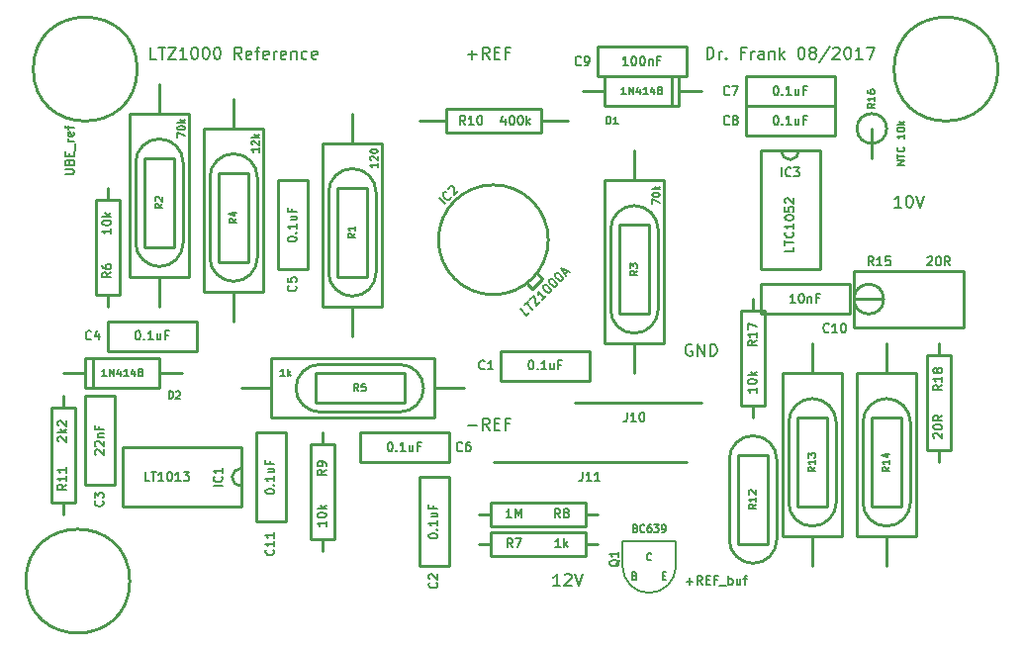
<source format=gto>
G04 (created by PCBNEW (22-Jun-2014 BZR 4027)-stable) date Sun 29 Apr 2018 09:06:28 PM CDT*
%MOIN*%
G04 Gerber Fmt 3.4, Leading zero omitted, Abs format*
%FSLAX34Y34*%
G01*
G70*
G90*
G04 APERTURE LIST*
%ADD10C,0.00590551*%
%ADD11C,0.008*%
%ADD12C,0.006*%
%ADD13C,0.01*%
%ADD14C,0.005*%
G04 APERTURE END LIST*
G54D10*
G54D11*
X66140Y-31161D02*
X65950Y-31161D01*
X65950Y-30761D01*
X66216Y-30761D02*
X66445Y-30761D01*
X66330Y-31161D02*
X66330Y-30761D01*
X66540Y-30761D02*
X66807Y-30761D01*
X66540Y-31161D01*
X66807Y-31161D01*
X67169Y-31161D02*
X66940Y-31161D01*
X67054Y-31161D02*
X67054Y-30761D01*
X67016Y-30819D01*
X66978Y-30857D01*
X66940Y-30876D01*
X67416Y-30761D02*
X67454Y-30761D01*
X67492Y-30780D01*
X67511Y-30800D01*
X67530Y-30838D01*
X67550Y-30914D01*
X67550Y-31009D01*
X67530Y-31085D01*
X67511Y-31123D01*
X67492Y-31142D01*
X67454Y-31161D01*
X67416Y-31161D01*
X67378Y-31142D01*
X67359Y-31123D01*
X67340Y-31085D01*
X67321Y-31009D01*
X67321Y-30914D01*
X67340Y-30838D01*
X67359Y-30800D01*
X67378Y-30780D01*
X67416Y-30761D01*
X67797Y-30761D02*
X67835Y-30761D01*
X67873Y-30780D01*
X67892Y-30800D01*
X67911Y-30838D01*
X67930Y-30914D01*
X67930Y-31009D01*
X67911Y-31085D01*
X67892Y-31123D01*
X67873Y-31142D01*
X67835Y-31161D01*
X67797Y-31161D01*
X67759Y-31142D01*
X67740Y-31123D01*
X67721Y-31085D01*
X67702Y-31009D01*
X67702Y-30914D01*
X67721Y-30838D01*
X67740Y-30800D01*
X67759Y-30780D01*
X67797Y-30761D01*
X68178Y-30761D02*
X68216Y-30761D01*
X68254Y-30780D01*
X68273Y-30800D01*
X68292Y-30838D01*
X68311Y-30914D01*
X68311Y-31009D01*
X68292Y-31085D01*
X68273Y-31123D01*
X68254Y-31142D01*
X68216Y-31161D01*
X68178Y-31161D01*
X68140Y-31142D01*
X68121Y-31123D01*
X68102Y-31085D01*
X68083Y-31009D01*
X68083Y-30914D01*
X68102Y-30838D01*
X68121Y-30800D01*
X68140Y-30780D01*
X68178Y-30761D01*
X69016Y-31161D02*
X68883Y-30971D01*
X68788Y-31161D02*
X68788Y-30761D01*
X68940Y-30761D01*
X68978Y-30780D01*
X68997Y-30800D01*
X69016Y-30838D01*
X69016Y-30895D01*
X68997Y-30933D01*
X68978Y-30952D01*
X68940Y-30971D01*
X68788Y-30971D01*
X69340Y-31142D02*
X69302Y-31161D01*
X69226Y-31161D01*
X69188Y-31142D01*
X69169Y-31104D01*
X69169Y-30952D01*
X69188Y-30914D01*
X69226Y-30895D01*
X69302Y-30895D01*
X69340Y-30914D01*
X69359Y-30952D01*
X69359Y-30990D01*
X69169Y-31028D01*
X69473Y-30895D02*
X69626Y-30895D01*
X69530Y-31161D02*
X69530Y-30819D01*
X69550Y-30780D01*
X69588Y-30761D01*
X69626Y-30761D01*
X69911Y-31142D02*
X69873Y-31161D01*
X69797Y-31161D01*
X69759Y-31142D01*
X69740Y-31104D01*
X69740Y-30952D01*
X69759Y-30914D01*
X69797Y-30895D01*
X69873Y-30895D01*
X69911Y-30914D01*
X69930Y-30952D01*
X69930Y-30990D01*
X69740Y-31028D01*
X70102Y-31161D02*
X70102Y-30895D01*
X70102Y-30971D02*
X70121Y-30933D01*
X70140Y-30914D01*
X70178Y-30895D01*
X70216Y-30895D01*
X70502Y-31142D02*
X70464Y-31161D01*
X70388Y-31161D01*
X70350Y-31142D01*
X70330Y-31104D01*
X70330Y-30952D01*
X70350Y-30914D01*
X70388Y-30895D01*
X70464Y-30895D01*
X70502Y-30914D01*
X70521Y-30952D01*
X70521Y-30990D01*
X70330Y-31028D01*
X70692Y-30895D02*
X70692Y-31161D01*
X70692Y-30933D02*
X70711Y-30914D01*
X70750Y-30895D01*
X70807Y-30895D01*
X70845Y-30914D01*
X70864Y-30952D01*
X70864Y-31161D01*
X71226Y-31142D02*
X71188Y-31161D01*
X71111Y-31161D01*
X71073Y-31142D01*
X71054Y-31123D01*
X71035Y-31085D01*
X71035Y-30971D01*
X71054Y-30933D01*
X71073Y-30914D01*
X71111Y-30895D01*
X71188Y-30895D01*
X71226Y-30914D01*
X71549Y-31142D02*
X71511Y-31161D01*
X71435Y-31161D01*
X71397Y-31142D01*
X71378Y-31104D01*
X71378Y-30952D01*
X71397Y-30914D01*
X71435Y-30895D01*
X71511Y-30895D01*
X71549Y-30914D01*
X71569Y-30952D01*
X71569Y-30990D01*
X71378Y-31028D01*
G54D12*
X63071Y-35042D02*
X63314Y-35042D01*
X63342Y-35028D01*
X63357Y-35014D01*
X63371Y-34985D01*
X63371Y-34928D01*
X63357Y-34900D01*
X63342Y-34885D01*
X63314Y-34871D01*
X63071Y-34871D01*
X63214Y-34628D02*
X63228Y-34585D01*
X63242Y-34571D01*
X63271Y-34557D01*
X63314Y-34557D01*
X63342Y-34571D01*
X63357Y-34585D01*
X63371Y-34614D01*
X63371Y-34728D01*
X63071Y-34728D01*
X63071Y-34628D01*
X63085Y-34600D01*
X63100Y-34585D01*
X63128Y-34571D01*
X63157Y-34571D01*
X63185Y-34585D01*
X63200Y-34600D01*
X63214Y-34628D01*
X63214Y-34728D01*
X63214Y-34428D02*
X63214Y-34328D01*
X63371Y-34285D02*
X63371Y-34428D01*
X63071Y-34428D01*
X63071Y-34285D01*
X63400Y-34228D02*
X63400Y-34000D01*
X63371Y-33928D02*
X63171Y-33928D01*
X63228Y-33928D02*
X63200Y-33914D01*
X63185Y-33900D01*
X63171Y-33871D01*
X63171Y-33842D01*
X63357Y-33628D02*
X63371Y-33657D01*
X63371Y-33714D01*
X63357Y-33742D01*
X63328Y-33757D01*
X63214Y-33757D01*
X63185Y-33742D01*
X63171Y-33714D01*
X63171Y-33657D01*
X63185Y-33628D01*
X63214Y-33614D01*
X63242Y-33614D01*
X63271Y-33757D01*
X63171Y-33528D02*
X63171Y-33414D01*
X63371Y-33485D02*
X63114Y-33485D01*
X63085Y-33471D01*
X63071Y-33442D01*
X63071Y-33414D01*
G54D11*
X91252Y-36161D02*
X91023Y-36161D01*
X91138Y-36161D02*
X91138Y-35761D01*
X91100Y-35819D01*
X91061Y-35857D01*
X91023Y-35876D01*
X91500Y-35761D02*
X91538Y-35761D01*
X91576Y-35780D01*
X91595Y-35800D01*
X91614Y-35838D01*
X91633Y-35914D01*
X91633Y-36009D01*
X91614Y-36085D01*
X91595Y-36123D01*
X91576Y-36142D01*
X91538Y-36161D01*
X91500Y-36161D01*
X91461Y-36142D01*
X91442Y-36123D01*
X91423Y-36085D01*
X91404Y-36009D01*
X91404Y-35914D01*
X91423Y-35838D01*
X91442Y-35800D01*
X91461Y-35780D01*
X91500Y-35761D01*
X91747Y-35761D02*
X91880Y-36161D01*
X92014Y-35761D01*
G54D12*
X84000Y-48757D02*
X84228Y-48757D01*
X84114Y-48871D02*
X84114Y-48642D01*
X84542Y-48871D02*
X84442Y-48728D01*
X84371Y-48871D02*
X84371Y-48571D01*
X84485Y-48571D01*
X84514Y-48585D01*
X84528Y-48600D01*
X84542Y-48628D01*
X84542Y-48671D01*
X84528Y-48700D01*
X84514Y-48714D01*
X84485Y-48728D01*
X84371Y-48728D01*
X84671Y-48714D02*
X84771Y-48714D01*
X84814Y-48871D02*
X84671Y-48871D01*
X84671Y-48571D01*
X84814Y-48571D01*
X85042Y-48714D02*
X84942Y-48714D01*
X84942Y-48871D02*
X84942Y-48571D01*
X85085Y-48571D01*
X85128Y-48900D02*
X85357Y-48900D01*
X85428Y-48871D02*
X85428Y-48571D01*
X85428Y-48685D02*
X85457Y-48671D01*
X85514Y-48671D01*
X85542Y-48685D01*
X85557Y-48700D01*
X85571Y-48728D01*
X85571Y-48814D01*
X85557Y-48842D01*
X85542Y-48857D01*
X85514Y-48871D01*
X85457Y-48871D01*
X85428Y-48857D01*
X85828Y-48671D02*
X85828Y-48871D01*
X85700Y-48671D02*
X85700Y-48828D01*
X85714Y-48857D01*
X85742Y-48871D01*
X85785Y-48871D01*
X85814Y-48857D01*
X85828Y-48842D01*
X85928Y-48671D02*
X86042Y-48671D01*
X85971Y-48871D02*
X85971Y-48614D01*
X85985Y-48585D01*
X86014Y-48571D01*
X86042Y-48571D01*
G54D11*
X76642Y-31009D02*
X76947Y-31009D01*
X76795Y-31161D02*
X76795Y-30857D01*
X77366Y-31161D02*
X77233Y-30971D01*
X77138Y-31161D02*
X77138Y-30761D01*
X77290Y-30761D01*
X77328Y-30780D01*
X77347Y-30800D01*
X77366Y-30838D01*
X77366Y-30895D01*
X77347Y-30933D01*
X77328Y-30952D01*
X77290Y-30971D01*
X77138Y-30971D01*
X77538Y-30952D02*
X77671Y-30952D01*
X77728Y-31161D02*
X77538Y-31161D01*
X77538Y-30761D01*
X77728Y-30761D01*
X78033Y-30952D02*
X77900Y-30952D01*
X77900Y-31161D02*
X77900Y-30761D01*
X78090Y-30761D01*
X76642Y-43509D02*
X76947Y-43509D01*
X77366Y-43661D02*
X77233Y-43471D01*
X77138Y-43661D02*
X77138Y-43261D01*
X77290Y-43261D01*
X77328Y-43280D01*
X77347Y-43300D01*
X77366Y-43338D01*
X77366Y-43395D01*
X77347Y-43433D01*
X77328Y-43452D01*
X77290Y-43471D01*
X77138Y-43471D01*
X77538Y-43452D02*
X77671Y-43452D01*
X77728Y-43661D02*
X77538Y-43661D01*
X77538Y-43261D01*
X77728Y-43261D01*
X78033Y-43452D02*
X77900Y-43452D01*
X77900Y-43661D02*
X77900Y-43261D01*
X78090Y-43261D01*
X84700Y-31161D02*
X84700Y-30761D01*
X84795Y-30761D01*
X84852Y-30780D01*
X84890Y-30819D01*
X84909Y-30857D01*
X84928Y-30933D01*
X84928Y-30990D01*
X84909Y-31066D01*
X84890Y-31104D01*
X84852Y-31142D01*
X84795Y-31161D01*
X84700Y-31161D01*
X85100Y-31161D02*
X85100Y-30895D01*
X85100Y-30971D02*
X85119Y-30933D01*
X85138Y-30914D01*
X85176Y-30895D01*
X85214Y-30895D01*
X85347Y-31123D02*
X85366Y-31142D01*
X85347Y-31161D01*
X85328Y-31142D01*
X85347Y-31123D01*
X85347Y-31161D01*
X85976Y-30952D02*
X85842Y-30952D01*
X85842Y-31161D02*
X85842Y-30761D01*
X86033Y-30761D01*
X86185Y-31161D02*
X86185Y-30895D01*
X86185Y-30971D02*
X86204Y-30933D01*
X86223Y-30914D01*
X86261Y-30895D01*
X86300Y-30895D01*
X86604Y-31161D02*
X86604Y-30952D01*
X86585Y-30914D01*
X86547Y-30895D01*
X86471Y-30895D01*
X86433Y-30914D01*
X86604Y-31142D02*
X86566Y-31161D01*
X86471Y-31161D01*
X86433Y-31142D01*
X86414Y-31104D01*
X86414Y-31066D01*
X86433Y-31028D01*
X86471Y-31009D01*
X86566Y-31009D01*
X86604Y-30990D01*
X86795Y-30895D02*
X86795Y-31161D01*
X86795Y-30933D02*
X86814Y-30914D01*
X86852Y-30895D01*
X86909Y-30895D01*
X86947Y-30914D01*
X86966Y-30952D01*
X86966Y-31161D01*
X87157Y-31161D02*
X87157Y-30761D01*
X87195Y-31009D02*
X87309Y-31161D01*
X87309Y-30895D02*
X87157Y-31047D01*
X87861Y-30761D02*
X87899Y-30761D01*
X87938Y-30780D01*
X87957Y-30800D01*
X87976Y-30838D01*
X87995Y-30914D01*
X87995Y-31009D01*
X87976Y-31085D01*
X87957Y-31123D01*
X87938Y-31142D01*
X87899Y-31161D01*
X87861Y-31161D01*
X87823Y-31142D01*
X87804Y-31123D01*
X87785Y-31085D01*
X87766Y-31009D01*
X87766Y-30914D01*
X87785Y-30838D01*
X87804Y-30800D01*
X87823Y-30780D01*
X87861Y-30761D01*
X88223Y-30933D02*
X88185Y-30914D01*
X88166Y-30895D01*
X88147Y-30857D01*
X88147Y-30838D01*
X88166Y-30800D01*
X88185Y-30780D01*
X88223Y-30761D01*
X88299Y-30761D01*
X88338Y-30780D01*
X88357Y-30800D01*
X88376Y-30838D01*
X88376Y-30857D01*
X88357Y-30895D01*
X88338Y-30914D01*
X88299Y-30933D01*
X88223Y-30933D01*
X88185Y-30952D01*
X88166Y-30971D01*
X88147Y-31009D01*
X88147Y-31085D01*
X88166Y-31123D01*
X88185Y-31142D01*
X88223Y-31161D01*
X88299Y-31161D01*
X88338Y-31142D01*
X88357Y-31123D01*
X88376Y-31085D01*
X88376Y-31009D01*
X88357Y-30971D01*
X88338Y-30952D01*
X88299Y-30933D01*
X88833Y-30742D02*
X88490Y-31257D01*
X88947Y-30800D02*
X88966Y-30780D01*
X89004Y-30761D01*
X89099Y-30761D01*
X89138Y-30780D01*
X89157Y-30800D01*
X89176Y-30838D01*
X89176Y-30876D01*
X89157Y-30933D01*
X88928Y-31161D01*
X89176Y-31161D01*
X89423Y-30761D02*
X89461Y-30761D01*
X89499Y-30780D01*
X89519Y-30800D01*
X89538Y-30838D01*
X89557Y-30914D01*
X89557Y-31009D01*
X89538Y-31085D01*
X89519Y-31123D01*
X89499Y-31142D01*
X89461Y-31161D01*
X89423Y-31161D01*
X89385Y-31142D01*
X89366Y-31123D01*
X89347Y-31085D01*
X89328Y-31009D01*
X89328Y-30914D01*
X89347Y-30838D01*
X89366Y-30800D01*
X89385Y-30780D01*
X89423Y-30761D01*
X89938Y-31161D02*
X89709Y-31161D01*
X89823Y-31161D02*
X89823Y-30761D01*
X89785Y-30819D01*
X89747Y-30857D01*
X89709Y-30876D01*
X90071Y-30761D02*
X90338Y-30761D01*
X90166Y-31161D01*
X84195Y-40780D02*
X84157Y-40761D01*
X84100Y-40761D01*
X84042Y-40780D01*
X84004Y-40819D01*
X83985Y-40857D01*
X83966Y-40933D01*
X83966Y-40990D01*
X83985Y-41066D01*
X84004Y-41104D01*
X84042Y-41142D01*
X84100Y-41161D01*
X84138Y-41161D01*
X84195Y-41142D01*
X84214Y-41123D01*
X84214Y-40990D01*
X84138Y-40990D01*
X84385Y-41161D02*
X84385Y-40761D01*
X84614Y-41161D01*
X84614Y-40761D01*
X84804Y-41161D02*
X84804Y-40761D01*
X84900Y-40761D01*
X84957Y-40780D01*
X84995Y-40819D01*
X85014Y-40857D01*
X85033Y-40933D01*
X85033Y-40990D01*
X85014Y-41066D01*
X84995Y-41104D01*
X84957Y-41142D01*
X84900Y-41161D01*
X84804Y-41161D01*
X79752Y-48911D02*
X79523Y-48911D01*
X79638Y-48911D02*
X79638Y-48511D01*
X79600Y-48569D01*
X79561Y-48607D01*
X79523Y-48626D01*
X79904Y-48550D02*
X79923Y-48530D01*
X79961Y-48511D01*
X80057Y-48511D01*
X80095Y-48530D01*
X80114Y-48550D01*
X80133Y-48588D01*
X80133Y-48626D01*
X80114Y-48683D01*
X79885Y-48911D01*
X80133Y-48911D01*
X80247Y-48511D02*
X80380Y-48911D01*
X80514Y-48511D01*
G54D13*
X65500Y-31500D02*
G75*
G03X65500Y-31500I-1750J0D01*
G74*
G01*
X65250Y-48750D02*
G75*
G03X65250Y-48750I-1750J0D01*
G74*
G01*
X94500Y-31500D02*
G75*
G03X94500Y-31500I-1750J0D01*
G74*
G01*
X74350Y-43050D02*
X71650Y-43050D01*
X71650Y-41450D02*
X74350Y-41450D01*
X71650Y-41450D02*
G75*
G03X70850Y-42250I0J-800D01*
G74*
G01*
X70850Y-42250D02*
G75*
G03X71650Y-43050I800J0D01*
G74*
G01*
X75150Y-42250D02*
G75*
G03X74350Y-41450I-800J0D01*
G74*
G01*
X74350Y-43050D02*
G75*
G03X75150Y-42250I0J800D01*
G74*
G01*
X71500Y-41750D02*
X74500Y-41750D01*
X74500Y-41750D02*
X74500Y-42750D01*
X74500Y-42750D02*
X71500Y-42750D01*
X71500Y-42750D02*
X71500Y-41750D01*
X65450Y-37350D02*
X65450Y-34650D01*
X67050Y-34650D02*
X67050Y-37350D01*
X67050Y-34650D02*
G75*
G03X66250Y-33850I-800J0D01*
G74*
G01*
X66250Y-33850D02*
G75*
G03X65450Y-34650I0J-800D01*
G74*
G01*
X66250Y-38150D02*
G75*
G03X67050Y-37350I0J800D01*
G74*
G01*
X65450Y-37350D02*
G75*
G03X66250Y-38150I800J0D01*
G74*
G01*
X66750Y-34500D02*
X66750Y-37500D01*
X66750Y-37500D02*
X65750Y-37500D01*
X65750Y-37500D02*
X65750Y-34500D01*
X65750Y-34500D02*
X66750Y-34500D01*
X67950Y-37850D02*
X67950Y-35150D01*
X69550Y-35150D02*
X69550Y-37850D01*
X69550Y-35150D02*
G75*
G03X68750Y-34350I-800J0D01*
G74*
G01*
X68750Y-34350D02*
G75*
G03X67950Y-35150I0J-800D01*
G74*
G01*
X68750Y-38650D02*
G75*
G03X69550Y-37850I0J800D01*
G74*
G01*
X67950Y-37850D02*
G75*
G03X68750Y-38650I800J0D01*
G74*
G01*
X69250Y-35000D02*
X69250Y-38000D01*
X69250Y-38000D02*
X68250Y-38000D01*
X68250Y-38000D02*
X68250Y-35000D01*
X68250Y-35000D02*
X69250Y-35000D01*
X81450Y-39600D02*
X81450Y-36900D01*
X83050Y-36900D02*
X83050Y-39600D01*
X83050Y-36900D02*
G75*
G03X82250Y-36100I-800J0D01*
G74*
G01*
X82250Y-36100D02*
G75*
G03X81450Y-36900I0J-800D01*
G74*
G01*
X82250Y-40400D02*
G75*
G03X83050Y-39600I0J800D01*
G74*
G01*
X81450Y-39600D02*
G75*
G03X82250Y-40400I800J0D01*
G74*
G01*
X82750Y-36750D02*
X82750Y-39750D01*
X82750Y-39750D02*
X81750Y-39750D01*
X81750Y-39750D02*
X81750Y-36750D01*
X81750Y-36750D02*
X82750Y-36750D01*
X71950Y-38350D02*
X71950Y-35650D01*
X73550Y-35650D02*
X73550Y-38350D01*
X73550Y-35650D02*
G75*
G03X72750Y-34850I-800J0D01*
G74*
G01*
X72750Y-34850D02*
G75*
G03X71950Y-35650I0J-800D01*
G74*
G01*
X72750Y-39150D02*
G75*
G03X73550Y-38350I0J800D01*
G74*
G01*
X71950Y-38350D02*
G75*
G03X72750Y-39150I800J0D01*
G74*
G01*
X73250Y-35500D02*
X73250Y-38500D01*
X73250Y-38500D02*
X72250Y-38500D01*
X72250Y-38500D02*
X72250Y-35500D01*
X72250Y-35500D02*
X73250Y-35500D01*
X90750Y-33500D02*
G75*
G03X90750Y-33500I-500J0D01*
G74*
G01*
X90250Y-33500D02*
X90250Y-34500D01*
X64500Y-39500D02*
X64500Y-39100D01*
X64500Y-39100D02*
X64100Y-39100D01*
X64100Y-39100D02*
X64100Y-35900D01*
X64100Y-35900D02*
X64900Y-35900D01*
X64900Y-35900D02*
X64900Y-39100D01*
X64900Y-39100D02*
X64500Y-39100D01*
X64500Y-35500D02*
X64500Y-35900D01*
X63000Y-46500D02*
X63000Y-46100D01*
X63000Y-46100D02*
X62600Y-46100D01*
X62600Y-46100D02*
X62600Y-42900D01*
X62600Y-42900D02*
X63400Y-42900D01*
X63400Y-42900D02*
X63400Y-46100D01*
X63400Y-46100D02*
X63000Y-46100D01*
X63000Y-42500D02*
X63000Y-42900D01*
X92500Y-40750D02*
X92500Y-41150D01*
X92500Y-41150D02*
X92900Y-41150D01*
X92900Y-41150D02*
X92900Y-44350D01*
X92900Y-44350D02*
X92100Y-44350D01*
X92100Y-44350D02*
X92100Y-41150D01*
X92100Y-41150D02*
X92500Y-41150D01*
X92500Y-44750D02*
X92500Y-44350D01*
X71750Y-43750D02*
X71750Y-44150D01*
X71750Y-44150D02*
X72150Y-44150D01*
X72150Y-44150D02*
X72150Y-47350D01*
X72150Y-47350D02*
X71350Y-47350D01*
X71350Y-47350D02*
X71350Y-44150D01*
X71350Y-44150D02*
X71750Y-44150D01*
X71750Y-47750D02*
X71750Y-47350D01*
X81000Y-46500D02*
X80600Y-46500D01*
X80600Y-46500D02*
X80600Y-46900D01*
X80600Y-46900D02*
X77400Y-46900D01*
X77400Y-46900D02*
X77400Y-46100D01*
X77400Y-46100D02*
X80600Y-46100D01*
X80600Y-46100D02*
X80600Y-46500D01*
X77000Y-46500D02*
X77400Y-46500D01*
X77000Y-47500D02*
X77400Y-47500D01*
X77400Y-47500D02*
X77400Y-47100D01*
X77400Y-47100D02*
X80600Y-47100D01*
X80600Y-47100D02*
X80600Y-47900D01*
X80600Y-47900D02*
X77400Y-47900D01*
X77400Y-47900D02*
X77400Y-47500D01*
X81000Y-47500D02*
X80600Y-47500D01*
X86250Y-39250D02*
X86250Y-39650D01*
X86250Y-39650D02*
X86650Y-39650D01*
X86650Y-39650D02*
X86650Y-42850D01*
X86650Y-42850D02*
X85850Y-42850D01*
X85850Y-42850D02*
X85850Y-39650D01*
X85850Y-39650D02*
X86250Y-39650D01*
X86250Y-43250D02*
X86250Y-42850D01*
X87500Y-34550D02*
G75*
G03X87800Y-34250I0J300D01*
G74*
G01*
X87200Y-34250D02*
G75*
G03X87500Y-34550I300J0D01*
G74*
G01*
X88500Y-34250D02*
X88500Y-38250D01*
X88500Y-38250D02*
X86500Y-38250D01*
X86500Y-38250D02*
X86500Y-34250D01*
X86500Y-34250D02*
X88500Y-34250D01*
X68700Y-45250D02*
G75*
G03X69000Y-45550I300J0D01*
G74*
G01*
X69000Y-44950D02*
G75*
G03X68700Y-45250I0J-300D01*
G74*
G01*
X69000Y-46250D02*
X65000Y-46250D01*
X65000Y-46250D02*
X65000Y-44250D01*
X65000Y-44250D02*
X69000Y-44250D01*
X69000Y-44250D02*
X69000Y-46250D01*
X80500Y-32250D02*
X81250Y-32250D01*
X83750Y-32250D02*
X84500Y-32250D01*
X83500Y-31750D02*
X83500Y-32750D01*
X81250Y-32750D02*
X83750Y-32750D01*
X81250Y-31750D02*
X81250Y-32750D01*
X83750Y-31750D02*
X83750Y-32750D01*
X81250Y-31750D02*
X83750Y-31750D01*
X67000Y-41750D02*
X66250Y-41750D01*
X63750Y-41750D02*
X63000Y-41750D01*
X64000Y-42250D02*
X64000Y-41250D01*
X66250Y-41250D02*
X63750Y-41250D01*
X66250Y-42250D02*
X66250Y-41250D01*
X63750Y-42250D02*
X63750Y-41250D01*
X66250Y-42250D02*
X63750Y-42250D01*
X67500Y-40000D02*
X67500Y-41000D01*
X64500Y-40000D02*
X64500Y-41000D01*
X67500Y-41000D02*
X64500Y-41000D01*
X64500Y-40000D02*
X67500Y-40000D01*
X76000Y-43750D02*
X76000Y-44750D01*
X73000Y-43750D02*
X73000Y-44750D01*
X76000Y-44750D02*
X73000Y-44750D01*
X73000Y-43750D02*
X76000Y-43750D01*
X64750Y-45500D02*
X63750Y-45500D01*
X64750Y-42500D02*
X63750Y-42500D01*
X63750Y-45500D02*
X63750Y-42500D01*
X64750Y-42500D02*
X64750Y-45500D01*
X84000Y-30750D02*
X84000Y-31750D01*
X81000Y-30750D02*
X81000Y-31750D01*
X84000Y-31750D02*
X81000Y-31750D01*
X81000Y-30750D02*
X84000Y-30750D01*
X71250Y-38250D02*
X70250Y-38250D01*
X71250Y-35250D02*
X70250Y-35250D01*
X70250Y-38250D02*
X70250Y-35250D01*
X71250Y-35250D02*
X71250Y-38250D01*
X89000Y-32750D02*
X89000Y-33750D01*
X86000Y-32750D02*
X86000Y-33750D01*
X89000Y-33750D02*
X86000Y-33750D01*
X86000Y-32750D02*
X89000Y-32750D01*
X86000Y-32750D02*
X86000Y-31750D01*
X89000Y-32750D02*
X89000Y-31750D01*
X86000Y-31750D02*
X89000Y-31750D01*
X89000Y-32750D02*
X86000Y-32750D01*
X89500Y-38750D02*
X89500Y-39750D01*
X86500Y-38750D02*
X86500Y-39750D01*
X89500Y-39750D02*
X86500Y-39750D01*
X86500Y-38750D02*
X89500Y-38750D01*
X77750Y-42000D02*
X77750Y-41000D01*
X80750Y-42000D02*
X80750Y-41000D01*
X77750Y-41000D02*
X80750Y-41000D01*
X80750Y-42000D02*
X77750Y-42000D01*
X75000Y-45250D02*
X76000Y-45250D01*
X75000Y-48250D02*
X76000Y-48250D01*
X76000Y-45250D02*
X76000Y-48250D01*
X75000Y-48250D02*
X75000Y-45250D01*
X69500Y-43750D02*
X70500Y-43750D01*
X69500Y-46750D02*
X70500Y-46750D01*
X70500Y-43750D02*
X70500Y-46750D01*
X69500Y-46750D02*
X69500Y-43750D01*
X89650Y-39250D02*
X90650Y-39250D01*
X90650Y-39250D02*
G75*
G03X90650Y-39250I-500J0D01*
G74*
G01*
X89650Y-40200D02*
X89650Y-38300D01*
X93350Y-38300D02*
X93350Y-40200D01*
X93350Y-40200D02*
X89650Y-40200D01*
X89650Y-38300D02*
X93350Y-38300D01*
G54D10*
X83650Y-48250D02*
X83650Y-47400D01*
X83650Y-47400D02*
X81850Y-47400D01*
X81850Y-47400D02*
X81850Y-48250D01*
X81850Y-48250D02*
G75*
G03X82750Y-49150I900J0D01*
G74*
G01*
X82750Y-49150D02*
G75*
G03X83650Y-48250I0J900D01*
G74*
G01*
G54D13*
X75500Y-33250D02*
X75000Y-33250D01*
X79500Y-33250D02*
X80000Y-33250D01*
X75500Y-33250D02*
X75900Y-33250D01*
X75900Y-33250D02*
X75900Y-32850D01*
X75900Y-32850D02*
X79100Y-32850D01*
X79100Y-32850D02*
X79100Y-33650D01*
X79100Y-33650D02*
X75900Y-33650D01*
X75900Y-33650D02*
X75900Y-33250D01*
X79500Y-33250D02*
X79100Y-33250D01*
X80250Y-42750D02*
X84500Y-42750D01*
X81750Y-44750D02*
X84000Y-44750D01*
X77500Y-44750D02*
X81750Y-44750D01*
X85450Y-47350D02*
X85450Y-44650D01*
X87050Y-44650D02*
X87050Y-47350D01*
X87050Y-44650D02*
G75*
G03X86250Y-43850I-800J0D01*
G74*
G01*
X86250Y-43850D02*
G75*
G03X85450Y-44650I0J-800D01*
G74*
G01*
X86250Y-48150D02*
G75*
G03X87050Y-47350I0J800D01*
G74*
G01*
X85450Y-47350D02*
G75*
G03X86250Y-48150I800J0D01*
G74*
G01*
X86750Y-44500D02*
X86750Y-47500D01*
X86750Y-47500D02*
X85750Y-47500D01*
X85750Y-47500D02*
X85750Y-44500D01*
X85750Y-44500D02*
X86750Y-44500D01*
X87450Y-46100D02*
X87450Y-43400D01*
X89050Y-43400D02*
X89050Y-46100D01*
X89050Y-43400D02*
G75*
G03X88250Y-42600I-800J0D01*
G74*
G01*
X88250Y-42600D02*
G75*
G03X87450Y-43400I0J-800D01*
G74*
G01*
X88250Y-46900D02*
G75*
G03X89050Y-46100I0J800D01*
G74*
G01*
X87450Y-46100D02*
G75*
G03X88250Y-46900I800J0D01*
G74*
G01*
X88750Y-43250D02*
X88750Y-46250D01*
X88750Y-46250D02*
X87750Y-46250D01*
X87750Y-46250D02*
X87750Y-43250D01*
X87750Y-43250D02*
X88750Y-43250D01*
X89950Y-46100D02*
X89950Y-43400D01*
X91550Y-43400D02*
X91550Y-46100D01*
X91550Y-43400D02*
G75*
G03X90750Y-42600I-800J0D01*
G74*
G01*
X90750Y-42600D02*
G75*
G03X89950Y-43400I0J-800D01*
G74*
G01*
X90750Y-46900D02*
G75*
G03X91550Y-46100I0J800D01*
G74*
G01*
X89950Y-46100D02*
G75*
G03X90750Y-46900I800J0D01*
G74*
G01*
X91250Y-43250D02*
X91250Y-46250D01*
X91250Y-46250D02*
X90250Y-46250D01*
X90250Y-46250D02*
X90250Y-43250D01*
X90250Y-43250D02*
X91250Y-43250D01*
X65250Y-33000D02*
X67250Y-33000D01*
X67250Y-38500D02*
X65250Y-38500D01*
X66250Y-38500D02*
X66250Y-39500D01*
X66250Y-32000D02*
X66250Y-33000D01*
X67250Y-33000D02*
X67250Y-38500D01*
X65250Y-38500D02*
X65250Y-33000D01*
X67750Y-33500D02*
X69750Y-33500D01*
X69750Y-39000D02*
X67750Y-39000D01*
X68750Y-39000D02*
X68750Y-40000D01*
X68750Y-32500D02*
X68750Y-33500D01*
X69750Y-33500D02*
X69750Y-39000D01*
X67750Y-39000D02*
X67750Y-33500D01*
X89750Y-41750D02*
X91750Y-41750D01*
X91750Y-47250D02*
X89750Y-47250D01*
X90750Y-47250D02*
X90750Y-48250D01*
X90750Y-40750D02*
X90750Y-41750D01*
X91750Y-41750D02*
X91750Y-47250D01*
X89750Y-47250D02*
X89750Y-41750D01*
X87250Y-41750D02*
X89250Y-41750D01*
X89250Y-47250D02*
X87250Y-47250D01*
X88250Y-47250D02*
X88250Y-48250D01*
X88250Y-40750D02*
X88250Y-41750D01*
X89250Y-41750D02*
X89250Y-47250D01*
X87250Y-47250D02*
X87250Y-41750D01*
X81250Y-35250D02*
X83250Y-35250D01*
X83250Y-40750D02*
X81250Y-40750D01*
X82250Y-40750D02*
X82250Y-41750D01*
X82250Y-34250D02*
X82250Y-35250D01*
X83250Y-35250D02*
X83250Y-40750D01*
X81250Y-40750D02*
X81250Y-35250D01*
X71750Y-34000D02*
X73750Y-34000D01*
X73750Y-39500D02*
X71750Y-39500D01*
X72750Y-39500D02*
X72750Y-40500D01*
X72750Y-33000D02*
X72750Y-34000D01*
X73750Y-34000D02*
X73750Y-39500D01*
X71750Y-39500D02*
X71750Y-34000D01*
X70000Y-43250D02*
X70000Y-41250D01*
X75500Y-41250D02*
X75500Y-43250D01*
X75500Y-42250D02*
X76500Y-42250D01*
X69000Y-42250D02*
X70000Y-42250D01*
X70000Y-41250D02*
X75500Y-41250D01*
X75500Y-43250D02*
X70000Y-43250D01*
X79350Y-37250D02*
G75*
G03X79350Y-37250I-1850J0D01*
G74*
G01*
X78808Y-38911D02*
X78631Y-38734D01*
X79161Y-38558D02*
X78984Y-38381D01*
X79161Y-38558D02*
X78808Y-38911D01*
G54D14*
X72958Y-42351D02*
X72875Y-42232D01*
X72815Y-42351D02*
X72815Y-42101D01*
X72910Y-42101D01*
X72934Y-42113D01*
X72946Y-42125D01*
X72958Y-42148D01*
X72958Y-42184D01*
X72946Y-42208D01*
X72934Y-42220D01*
X72910Y-42232D01*
X72815Y-42232D01*
X73184Y-42101D02*
X73065Y-42101D01*
X73053Y-42220D01*
X73065Y-42208D01*
X73089Y-42196D01*
X73148Y-42196D01*
X73172Y-42208D01*
X73184Y-42220D01*
X73196Y-42244D01*
X73196Y-42303D01*
X73184Y-42327D01*
X73172Y-42339D01*
X73148Y-42351D01*
X73089Y-42351D01*
X73065Y-42339D01*
X73053Y-42327D01*
X70470Y-41851D02*
X70327Y-41851D01*
X70398Y-41851D02*
X70398Y-41601D01*
X70375Y-41636D01*
X70351Y-41660D01*
X70327Y-41672D01*
X70577Y-41851D02*
X70577Y-41601D01*
X70601Y-41755D02*
X70672Y-41851D01*
X70672Y-41684D02*
X70577Y-41779D01*
X66351Y-36041D02*
X66232Y-36125D01*
X66351Y-36184D02*
X66101Y-36184D01*
X66101Y-36089D01*
X66113Y-36065D01*
X66125Y-36053D01*
X66148Y-36041D01*
X66184Y-36041D01*
X66208Y-36053D01*
X66220Y-36065D01*
X66232Y-36089D01*
X66232Y-36184D01*
X66125Y-35946D02*
X66113Y-35934D01*
X66101Y-35910D01*
X66101Y-35851D01*
X66113Y-35827D01*
X66125Y-35815D01*
X66148Y-35803D01*
X66172Y-35803D01*
X66208Y-35815D01*
X66351Y-35958D01*
X66351Y-35803D01*
X66851Y-33803D02*
X66851Y-33636D01*
X67101Y-33744D01*
X66851Y-33494D02*
X66851Y-33470D01*
X66863Y-33446D01*
X66875Y-33434D01*
X66898Y-33422D01*
X66946Y-33410D01*
X67005Y-33410D01*
X67053Y-33422D01*
X67077Y-33434D01*
X67089Y-33446D01*
X67101Y-33470D01*
X67101Y-33494D01*
X67089Y-33517D01*
X67077Y-33529D01*
X67053Y-33541D01*
X67005Y-33553D01*
X66946Y-33553D01*
X66898Y-33541D01*
X66875Y-33529D01*
X66863Y-33517D01*
X66851Y-33494D01*
X67101Y-33303D02*
X66851Y-33303D01*
X67005Y-33279D02*
X67101Y-33208D01*
X66934Y-33208D02*
X67029Y-33303D01*
X68851Y-36541D02*
X68732Y-36625D01*
X68851Y-36684D02*
X68601Y-36684D01*
X68601Y-36589D01*
X68613Y-36565D01*
X68625Y-36553D01*
X68648Y-36541D01*
X68684Y-36541D01*
X68708Y-36553D01*
X68720Y-36565D01*
X68732Y-36589D01*
X68732Y-36684D01*
X68684Y-36327D02*
X68851Y-36327D01*
X68589Y-36386D02*
X68767Y-36446D01*
X68767Y-36291D01*
X69601Y-34148D02*
X69601Y-34291D01*
X69601Y-34220D02*
X69351Y-34220D01*
X69386Y-34244D01*
X69410Y-34267D01*
X69422Y-34291D01*
X69375Y-34053D02*
X69363Y-34041D01*
X69351Y-34017D01*
X69351Y-33958D01*
X69363Y-33934D01*
X69375Y-33922D01*
X69398Y-33910D01*
X69422Y-33910D01*
X69458Y-33922D01*
X69601Y-34065D01*
X69601Y-33910D01*
X69601Y-33803D02*
X69351Y-33803D01*
X69505Y-33779D02*
X69601Y-33708D01*
X69434Y-33708D02*
X69529Y-33803D01*
X82351Y-38291D02*
X82232Y-38375D01*
X82351Y-38434D02*
X82101Y-38434D01*
X82101Y-38339D01*
X82113Y-38315D01*
X82125Y-38303D01*
X82148Y-38291D01*
X82184Y-38291D01*
X82208Y-38303D01*
X82220Y-38315D01*
X82232Y-38339D01*
X82232Y-38434D01*
X82101Y-38208D02*
X82101Y-38053D01*
X82196Y-38136D01*
X82196Y-38101D01*
X82208Y-38077D01*
X82220Y-38065D01*
X82244Y-38053D01*
X82303Y-38053D01*
X82327Y-38065D01*
X82339Y-38077D01*
X82351Y-38101D01*
X82351Y-38172D01*
X82339Y-38196D01*
X82327Y-38208D01*
X82851Y-36053D02*
X82851Y-35886D01*
X83101Y-35994D01*
X82851Y-35744D02*
X82851Y-35720D01*
X82863Y-35696D01*
X82875Y-35684D01*
X82898Y-35672D01*
X82946Y-35660D01*
X83005Y-35660D01*
X83053Y-35672D01*
X83077Y-35684D01*
X83089Y-35696D01*
X83101Y-35720D01*
X83101Y-35744D01*
X83089Y-35767D01*
X83077Y-35779D01*
X83053Y-35791D01*
X83005Y-35803D01*
X82946Y-35803D01*
X82898Y-35791D01*
X82875Y-35779D01*
X82863Y-35767D01*
X82851Y-35744D01*
X83101Y-35553D02*
X82851Y-35553D01*
X83005Y-35529D02*
X83101Y-35458D01*
X82934Y-35458D02*
X83029Y-35553D01*
X72851Y-37041D02*
X72732Y-37125D01*
X72851Y-37184D02*
X72601Y-37184D01*
X72601Y-37089D01*
X72613Y-37065D01*
X72625Y-37053D01*
X72648Y-37041D01*
X72684Y-37041D01*
X72708Y-37053D01*
X72720Y-37065D01*
X72732Y-37089D01*
X72732Y-37184D01*
X72851Y-36803D02*
X72851Y-36946D01*
X72851Y-36875D02*
X72601Y-36875D01*
X72636Y-36898D01*
X72660Y-36922D01*
X72672Y-36946D01*
X73601Y-34666D02*
X73601Y-34809D01*
X73601Y-34738D02*
X73351Y-34738D01*
X73386Y-34761D01*
X73410Y-34785D01*
X73422Y-34809D01*
X73375Y-34571D02*
X73363Y-34559D01*
X73351Y-34535D01*
X73351Y-34476D01*
X73363Y-34452D01*
X73375Y-34440D01*
X73398Y-34428D01*
X73422Y-34428D01*
X73458Y-34440D01*
X73601Y-34583D01*
X73601Y-34428D01*
X73351Y-34273D02*
X73351Y-34250D01*
X73363Y-34226D01*
X73375Y-34214D01*
X73398Y-34202D01*
X73446Y-34190D01*
X73505Y-34190D01*
X73553Y-34202D01*
X73577Y-34214D01*
X73589Y-34226D01*
X73601Y-34250D01*
X73601Y-34273D01*
X73589Y-34297D01*
X73577Y-34309D01*
X73553Y-34321D01*
X73505Y-34333D01*
X73446Y-34333D01*
X73398Y-34321D01*
X73375Y-34309D01*
X73363Y-34297D01*
X73351Y-34273D01*
X90351Y-32660D02*
X90232Y-32744D01*
X90351Y-32803D02*
X90101Y-32803D01*
X90101Y-32708D01*
X90113Y-32684D01*
X90125Y-32672D01*
X90148Y-32660D01*
X90184Y-32660D01*
X90208Y-32672D01*
X90220Y-32684D01*
X90232Y-32708D01*
X90232Y-32803D01*
X90351Y-32422D02*
X90351Y-32565D01*
X90351Y-32494D02*
X90101Y-32494D01*
X90136Y-32517D01*
X90160Y-32541D01*
X90172Y-32565D01*
X90101Y-32208D02*
X90101Y-32255D01*
X90113Y-32279D01*
X90125Y-32291D01*
X90160Y-32315D01*
X90208Y-32327D01*
X90303Y-32327D01*
X90327Y-32315D01*
X90339Y-32303D01*
X90351Y-32279D01*
X90351Y-32232D01*
X90339Y-32208D01*
X90327Y-32196D01*
X90303Y-32184D01*
X90244Y-32184D01*
X90220Y-32196D01*
X90208Y-32208D01*
X90196Y-32232D01*
X90196Y-32279D01*
X90208Y-32303D01*
X90220Y-32315D01*
X90244Y-32327D01*
X91351Y-34726D02*
X91101Y-34726D01*
X91351Y-34583D01*
X91101Y-34583D01*
X91101Y-34500D02*
X91101Y-34357D01*
X91351Y-34428D02*
X91101Y-34428D01*
X91327Y-34130D02*
X91339Y-34142D01*
X91351Y-34178D01*
X91351Y-34202D01*
X91339Y-34238D01*
X91315Y-34261D01*
X91291Y-34273D01*
X91244Y-34285D01*
X91208Y-34285D01*
X91160Y-34273D01*
X91136Y-34261D01*
X91113Y-34238D01*
X91101Y-34202D01*
X91101Y-34178D01*
X91113Y-34142D01*
X91125Y-34130D01*
X91351Y-33702D02*
X91351Y-33845D01*
X91351Y-33773D02*
X91101Y-33773D01*
X91136Y-33797D01*
X91160Y-33821D01*
X91172Y-33845D01*
X91101Y-33547D02*
X91101Y-33523D01*
X91113Y-33500D01*
X91125Y-33488D01*
X91148Y-33476D01*
X91196Y-33464D01*
X91255Y-33464D01*
X91303Y-33476D01*
X91327Y-33488D01*
X91339Y-33500D01*
X91351Y-33523D01*
X91351Y-33547D01*
X91339Y-33571D01*
X91327Y-33583D01*
X91303Y-33595D01*
X91255Y-33607D01*
X91196Y-33607D01*
X91148Y-33595D01*
X91125Y-33583D01*
X91113Y-33571D01*
X91101Y-33547D01*
X91351Y-33357D02*
X91101Y-33357D01*
X91255Y-33333D02*
X91351Y-33261D01*
X91184Y-33261D02*
X91279Y-33357D01*
G54D12*
X64621Y-38350D02*
X64478Y-38450D01*
X64621Y-38521D02*
X64321Y-38521D01*
X64321Y-38407D01*
X64335Y-38378D01*
X64350Y-38364D01*
X64378Y-38350D01*
X64421Y-38350D01*
X64450Y-38364D01*
X64464Y-38378D01*
X64478Y-38407D01*
X64478Y-38521D01*
X64321Y-38092D02*
X64321Y-38150D01*
X64335Y-38178D01*
X64350Y-38192D01*
X64392Y-38221D01*
X64450Y-38235D01*
X64564Y-38235D01*
X64592Y-38221D01*
X64607Y-38207D01*
X64621Y-38178D01*
X64621Y-38121D01*
X64607Y-38092D01*
X64592Y-38078D01*
X64564Y-38064D01*
X64492Y-38064D01*
X64464Y-38078D01*
X64450Y-38092D01*
X64435Y-38121D01*
X64435Y-38178D01*
X64450Y-38207D01*
X64464Y-38221D01*
X64492Y-38235D01*
X64621Y-36878D02*
X64621Y-37049D01*
X64621Y-36964D02*
X64321Y-36964D01*
X64364Y-36992D01*
X64392Y-37021D01*
X64407Y-37049D01*
X64321Y-36692D02*
X64321Y-36664D01*
X64335Y-36635D01*
X64350Y-36621D01*
X64378Y-36607D01*
X64435Y-36592D01*
X64507Y-36592D01*
X64564Y-36607D01*
X64592Y-36621D01*
X64607Y-36635D01*
X64621Y-36664D01*
X64621Y-36692D01*
X64607Y-36721D01*
X64592Y-36735D01*
X64564Y-36749D01*
X64507Y-36764D01*
X64435Y-36764D01*
X64378Y-36749D01*
X64350Y-36735D01*
X64335Y-36721D01*
X64321Y-36692D01*
X64621Y-36464D02*
X64321Y-36464D01*
X64507Y-36435D02*
X64621Y-36350D01*
X64421Y-36350D02*
X64535Y-36464D01*
X63121Y-45492D02*
X62978Y-45592D01*
X63121Y-45664D02*
X62821Y-45664D01*
X62821Y-45550D01*
X62835Y-45521D01*
X62850Y-45507D01*
X62878Y-45492D01*
X62921Y-45492D01*
X62950Y-45507D01*
X62964Y-45521D01*
X62978Y-45550D01*
X62978Y-45664D01*
X63121Y-45207D02*
X63121Y-45378D01*
X63121Y-45292D02*
X62821Y-45292D01*
X62864Y-45321D01*
X62892Y-45350D01*
X62907Y-45378D01*
X63121Y-44921D02*
X63121Y-45092D01*
X63121Y-45007D02*
X62821Y-45007D01*
X62864Y-45035D01*
X62892Y-45064D01*
X62907Y-45092D01*
X62850Y-44049D02*
X62835Y-44035D01*
X62821Y-44007D01*
X62821Y-43935D01*
X62835Y-43907D01*
X62850Y-43892D01*
X62878Y-43878D01*
X62907Y-43878D01*
X62950Y-43892D01*
X63121Y-44064D01*
X63121Y-43878D01*
X63121Y-43749D02*
X62821Y-43749D01*
X63007Y-43721D02*
X63121Y-43635D01*
X62921Y-43635D02*
X63035Y-43749D01*
X62850Y-43521D02*
X62835Y-43507D01*
X62821Y-43478D01*
X62821Y-43407D01*
X62835Y-43378D01*
X62850Y-43364D01*
X62878Y-43350D01*
X62907Y-43350D01*
X62950Y-43364D01*
X63121Y-43535D01*
X63121Y-43350D01*
X92621Y-42142D02*
X92478Y-42242D01*
X92621Y-42314D02*
X92321Y-42314D01*
X92321Y-42200D01*
X92335Y-42171D01*
X92350Y-42157D01*
X92378Y-42142D01*
X92421Y-42142D01*
X92450Y-42157D01*
X92464Y-42171D01*
X92478Y-42200D01*
X92478Y-42314D01*
X92621Y-41857D02*
X92621Y-42028D01*
X92621Y-41942D02*
X92321Y-41942D01*
X92364Y-41971D01*
X92392Y-42000D01*
X92407Y-42028D01*
X92450Y-41685D02*
X92435Y-41714D01*
X92421Y-41728D01*
X92392Y-41742D01*
X92378Y-41742D01*
X92350Y-41728D01*
X92335Y-41714D01*
X92321Y-41685D01*
X92321Y-41628D01*
X92335Y-41600D01*
X92350Y-41585D01*
X92378Y-41571D01*
X92392Y-41571D01*
X92421Y-41585D01*
X92435Y-41600D01*
X92450Y-41628D01*
X92450Y-41685D01*
X92464Y-41714D01*
X92478Y-41728D01*
X92507Y-41742D01*
X92564Y-41742D01*
X92592Y-41728D01*
X92607Y-41714D01*
X92621Y-41685D01*
X92621Y-41628D01*
X92607Y-41600D01*
X92592Y-41585D01*
X92564Y-41571D01*
X92507Y-41571D01*
X92478Y-41585D01*
X92464Y-41600D01*
X92450Y-41628D01*
X92350Y-43928D02*
X92335Y-43914D01*
X92321Y-43885D01*
X92321Y-43814D01*
X92335Y-43785D01*
X92350Y-43771D01*
X92378Y-43757D01*
X92407Y-43757D01*
X92450Y-43771D01*
X92621Y-43942D01*
X92621Y-43757D01*
X92321Y-43571D02*
X92321Y-43542D01*
X92335Y-43514D01*
X92350Y-43500D01*
X92378Y-43485D01*
X92435Y-43471D01*
X92507Y-43471D01*
X92564Y-43485D01*
X92592Y-43500D01*
X92607Y-43514D01*
X92621Y-43542D01*
X92621Y-43571D01*
X92607Y-43600D01*
X92592Y-43614D01*
X92564Y-43628D01*
X92507Y-43642D01*
X92435Y-43642D01*
X92378Y-43628D01*
X92350Y-43614D01*
X92335Y-43600D01*
X92321Y-43571D01*
X92621Y-43171D02*
X92478Y-43271D01*
X92621Y-43342D02*
X92321Y-43342D01*
X92321Y-43228D01*
X92335Y-43200D01*
X92350Y-43185D01*
X92378Y-43171D01*
X92421Y-43171D01*
X92450Y-43185D01*
X92464Y-43200D01*
X92478Y-43228D01*
X92478Y-43342D01*
X71871Y-45000D02*
X71728Y-45100D01*
X71871Y-45171D02*
X71571Y-45171D01*
X71571Y-45057D01*
X71585Y-45028D01*
X71600Y-45014D01*
X71628Y-45000D01*
X71671Y-45000D01*
X71700Y-45014D01*
X71714Y-45028D01*
X71728Y-45057D01*
X71728Y-45171D01*
X71871Y-44857D02*
X71871Y-44800D01*
X71857Y-44771D01*
X71842Y-44757D01*
X71800Y-44728D01*
X71742Y-44714D01*
X71628Y-44714D01*
X71600Y-44728D01*
X71585Y-44742D01*
X71571Y-44771D01*
X71571Y-44828D01*
X71585Y-44857D01*
X71600Y-44871D01*
X71628Y-44885D01*
X71700Y-44885D01*
X71728Y-44871D01*
X71742Y-44857D01*
X71757Y-44828D01*
X71757Y-44771D01*
X71742Y-44742D01*
X71728Y-44728D01*
X71700Y-44714D01*
X71871Y-46728D02*
X71871Y-46899D01*
X71871Y-46814D02*
X71571Y-46814D01*
X71614Y-46842D01*
X71642Y-46871D01*
X71657Y-46899D01*
X71571Y-46542D02*
X71571Y-46514D01*
X71585Y-46485D01*
X71600Y-46471D01*
X71628Y-46457D01*
X71685Y-46442D01*
X71757Y-46442D01*
X71814Y-46457D01*
X71842Y-46471D01*
X71857Y-46485D01*
X71871Y-46514D01*
X71871Y-46542D01*
X71857Y-46571D01*
X71842Y-46585D01*
X71814Y-46599D01*
X71757Y-46614D01*
X71685Y-46614D01*
X71628Y-46599D01*
X71600Y-46585D01*
X71585Y-46571D01*
X71571Y-46542D01*
X71871Y-46314D02*
X71571Y-46314D01*
X71757Y-46285D02*
X71871Y-46200D01*
X71671Y-46200D02*
X71785Y-46314D01*
X79750Y-46621D02*
X79650Y-46478D01*
X79578Y-46621D02*
X79578Y-46321D01*
X79692Y-46321D01*
X79721Y-46335D01*
X79735Y-46350D01*
X79750Y-46378D01*
X79750Y-46421D01*
X79735Y-46450D01*
X79721Y-46464D01*
X79692Y-46478D01*
X79578Y-46478D01*
X79921Y-46450D02*
X79892Y-46435D01*
X79878Y-46421D01*
X79864Y-46392D01*
X79864Y-46378D01*
X79878Y-46350D01*
X79892Y-46335D01*
X79921Y-46321D01*
X79978Y-46321D01*
X80007Y-46335D01*
X80021Y-46350D01*
X80035Y-46378D01*
X80035Y-46392D01*
X80021Y-46421D01*
X80007Y-46435D01*
X79978Y-46450D01*
X79921Y-46450D01*
X79892Y-46464D01*
X79878Y-46478D01*
X79864Y-46507D01*
X79864Y-46564D01*
X79878Y-46592D01*
X79892Y-46607D01*
X79921Y-46621D01*
X79978Y-46621D01*
X80007Y-46607D01*
X80021Y-46592D01*
X80035Y-46564D01*
X80035Y-46507D01*
X80021Y-46478D01*
X80007Y-46464D01*
X79978Y-46450D01*
X78114Y-46621D02*
X77942Y-46621D01*
X78028Y-46621D02*
X78028Y-46321D01*
X78000Y-46364D01*
X77971Y-46392D01*
X77942Y-46407D01*
X78242Y-46621D02*
X78242Y-46321D01*
X78342Y-46535D01*
X78442Y-46321D01*
X78442Y-46621D01*
X78150Y-47621D02*
X78050Y-47478D01*
X77978Y-47621D02*
X77978Y-47321D01*
X78092Y-47321D01*
X78121Y-47335D01*
X78135Y-47350D01*
X78150Y-47378D01*
X78150Y-47421D01*
X78135Y-47450D01*
X78121Y-47464D01*
X78092Y-47478D01*
X77978Y-47478D01*
X78250Y-47321D02*
X78450Y-47321D01*
X78321Y-47621D01*
X79764Y-47621D02*
X79592Y-47621D01*
X79678Y-47621D02*
X79678Y-47321D01*
X79650Y-47364D01*
X79621Y-47392D01*
X79592Y-47407D01*
X79892Y-47621D02*
X79892Y-47321D01*
X79921Y-47507D02*
X80007Y-47621D01*
X80007Y-47421D02*
X79892Y-47535D01*
X86371Y-40642D02*
X86228Y-40742D01*
X86371Y-40814D02*
X86071Y-40814D01*
X86071Y-40700D01*
X86085Y-40671D01*
X86100Y-40657D01*
X86128Y-40642D01*
X86171Y-40642D01*
X86200Y-40657D01*
X86214Y-40671D01*
X86228Y-40700D01*
X86228Y-40814D01*
X86371Y-40357D02*
X86371Y-40528D01*
X86371Y-40442D02*
X86071Y-40442D01*
X86114Y-40471D01*
X86142Y-40500D01*
X86157Y-40528D01*
X86071Y-40257D02*
X86071Y-40057D01*
X86371Y-40185D01*
X86371Y-42228D02*
X86371Y-42399D01*
X86371Y-42314D02*
X86071Y-42314D01*
X86114Y-42342D01*
X86142Y-42371D01*
X86157Y-42399D01*
X86071Y-42042D02*
X86071Y-42014D01*
X86085Y-41985D01*
X86100Y-41971D01*
X86128Y-41957D01*
X86185Y-41942D01*
X86257Y-41942D01*
X86314Y-41957D01*
X86342Y-41971D01*
X86357Y-41985D01*
X86371Y-42014D01*
X86371Y-42042D01*
X86357Y-42071D01*
X86342Y-42085D01*
X86314Y-42099D01*
X86257Y-42114D01*
X86185Y-42114D01*
X86128Y-42099D01*
X86100Y-42085D01*
X86085Y-42071D01*
X86071Y-42042D01*
X86371Y-41814D02*
X86071Y-41814D01*
X86257Y-41785D02*
X86371Y-41700D01*
X86171Y-41700D02*
X86285Y-41814D01*
X87207Y-35121D02*
X87207Y-34821D01*
X87521Y-35092D02*
X87507Y-35107D01*
X87464Y-35121D01*
X87435Y-35121D01*
X87392Y-35107D01*
X87364Y-35078D01*
X87350Y-35050D01*
X87335Y-34992D01*
X87335Y-34950D01*
X87350Y-34892D01*
X87364Y-34864D01*
X87392Y-34835D01*
X87435Y-34821D01*
X87464Y-34821D01*
X87507Y-34835D01*
X87521Y-34850D01*
X87621Y-34821D02*
X87807Y-34821D01*
X87707Y-34935D01*
X87750Y-34935D01*
X87778Y-34950D01*
X87792Y-34964D01*
X87807Y-34992D01*
X87807Y-35064D01*
X87792Y-35092D01*
X87778Y-35107D01*
X87750Y-35121D01*
X87664Y-35121D01*
X87635Y-35107D01*
X87621Y-35092D01*
X87621Y-37492D02*
X87621Y-37635D01*
X87321Y-37635D01*
X87321Y-37435D02*
X87321Y-37264D01*
X87621Y-37349D02*
X87321Y-37349D01*
X87592Y-36992D02*
X87607Y-37007D01*
X87621Y-37050D01*
X87621Y-37078D01*
X87607Y-37121D01*
X87578Y-37150D01*
X87550Y-37164D01*
X87492Y-37178D01*
X87450Y-37178D01*
X87392Y-37164D01*
X87364Y-37150D01*
X87335Y-37121D01*
X87321Y-37078D01*
X87321Y-37050D01*
X87335Y-37007D01*
X87350Y-36992D01*
X87621Y-36707D02*
X87621Y-36878D01*
X87621Y-36792D02*
X87321Y-36792D01*
X87364Y-36821D01*
X87392Y-36850D01*
X87407Y-36878D01*
X87321Y-36521D02*
X87321Y-36492D01*
X87335Y-36464D01*
X87350Y-36450D01*
X87378Y-36435D01*
X87435Y-36421D01*
X87507Y-36421D01*
X87564Y-36435D01*
X87592Y-36450D01*
X87607Y-36464D01*
X87621Y-36492D01*
X87621Y-36521D01*
X87607Y-36550D01*
X87592Y-36564D01*
X87564Y-36578D01*
X87507Y-36592D01*
X87435Y-36592D01*
X87378Y-36578D01*
X87350Y-36564D01*
X87335Y-36550D01*
X87321Y-36521D01*
X87321Y-36150D02*
X87321Y-36292D01*
X87464Y-36307D01*
X87450Y-36292D01*
X87435Y-36264D01*
X87435Y-36192D01*
X87450Y-36164D01*
X87464Y-36150D01*
X87492Y-36135D01*
X87564Y-36135D01*
X87592Y-36150D01*
X87607Y-36164D01*
X87621Y-36192D01*
X87621Y-36264D01*
X87607Y-36292D01*
X87592Y-36307D01*
X87350Y-36021D02*
X87335Y-36007D01*
X87321Y-35978D01*
X87321Y-35907D01*
X87335Y-35878D01*
X87350Y-35864D01*
X87378Y-35850D01*
X87407Y-35850D01*
X87450Y-35864D01*
X87621Y-36035D01*
X87621Y-35850D01*
X68371Y-45542D02*
X68071Y-45542D01*
X68342Y-45228D02*
X68357Y-45242D01*
X68371Y-45285D01*
X68371Y-45314D01*
X68357Y-45357D01*
X68328Y-45385D01*
X68300Y-45399D01*
X68242Y-45414D01*
X68200Y-45414D01*
X68142Y-45399D01*
X68114Y-45385D01*
X68085Y-45357D01*
X68071Y-45314D01*
X68071Y-45285D01*
X68085Y-45242D01*
X68100Y-45228D01*
X68371Y-44942D02*
X68371Y-45114D01*
X68371Y-45028D02*
X68071Y-45028D01*
X68114Y-45057D01*
X68142Y-45085D01*
X68157Y-45114D01*
X65907Y-45371D02*
X65764Y-45371D01*
X65764Y-45071D01*
X65964Y-45071D02*
X66135Y-45071D01*
X66050Y-45371D02*
X66050Y-45071D01*
X66392Y-45371D02*
X66221Y-45371D01*
X66307Y-45371D02*
X66307Y-45071D01*
X66278Y-45114D01*
X66250Y-45142D01*
X66221Y-45157D01*
X66578Y-45071D02*
X66607Y-45071D01*
X66635Y-45085D01*
X66650Y-45100D01*
X66664Y-45128D01*
X66678Y-45185D01*
X66678Y-45257D01*
X66664Y-45314D01*
X66650Y-45342D01*
X66635Y-45357D01*
X66607Y-45371D01*
X66578Y-45371D01*
X66550Y-45357D01*
X66535Y-45342D01*
X66521Y-45314D01*
X66507Y-45257D01*
X66507Y-45185D01*
X66521Y-45128D01*
X66535Y-45100D01*
X66550Y-45085D01*
X66578Y-45071D01*
X66964Y-45371D02*
X66792Y-45371D01*
X66878Y-45371D02*
X66878Y-45071D01*
X66850Y-45114D01*
X66821Y-45142D01*
X66792Y-45157D01*
X67064Y-45071D02*
X67249Y-45071D01*
X67149Y-45185D01*
X67192Y-45185D01*
X67221Y-45200D01*
X67235Y-45214D01*
X67249Y-45242D01*
X67249Y-45314D01*
X67235Y-45342D01*
X67221Y-45357D01*
X67192Y-45371D01*
X67107Y-45371D01*
X67078Y-45357D01*
X67064Y-45342D01*
G54D14*
X81315Y-33351D02*
X81315Y-33101D01*
X81375Y-33101D01*
X81410Y-33113D01*
X81434Y-33136D01*
X81446Y-33160D01*
X81458Y-33208D01*
X81458Y-33244D01*
X81446Y-33291D01*
X81434Y-33315D01*
X81410Y-33339D01*
X81375Y-33351D01*
X81315Y-33351D01*
X81696Y-33351D02*
X81553Y-33351D01*
X81625Y-33351D02*
X81625Y-33101D01*
X81601Y-33136D01*
X81577Y-33160D01*
X81553Y-33172D01*
X81964Y-32351D02*
X81821Y-32351D01*
X81892Y-32351D02*
X81892Y-32101D01*
X81869Y-32136D01*
X81845Y-32160D01*
X81821Y-32172D01*
X82071Y-32351D02*
X82071Y-32101D01*
X82214Y-32351D01*
X82214Y-32101D01*
X82440Y-32184D02*
X82440Y-32351D01*
X82380Y-32089D02*
X82321Y-32267D01*
X82476Y-32267D01*
X82702Y-32351D02*
X82559Y-32351D01*
X82630Y-32351D02*
X82630Y-32101D01*
X82607Y-32136D01*
X82583Y-32160D01*
X82559Y-32172D01*
X82916Y-32184D02*
X82916Y-32351D01*
X82857Y-32089D02*
X82797Y-32267D01*
X82952Y-32267D01*
X83083Y-32208D02*
X83059Y-32196D01*
X83047Y-32184D01*
X83035Y-32160D01*
X83035Y-32148D01*
X83047Y-32125D01*
X83059Y-32113D01*
X83083Y-32101D01*
X83130Y-32101D01*
X83154Y-32113D01*
X83166Y-32125D01*
X83178Y-32148D01*
X83178Y-32160D01*
X83166Y-32184D01*
X83154Y-32196D01*
X83130Y-32208D01*
X83083Y-32208D01*
X83059Y-32220D01*
X83047Y-32232D01*
X83035Y-32255D01*
X83035Y-32303D01*
X83047Y-32327D01*
X83059Y-32339D01*
X83083Y-32351D01*
X83130Y-32351D01*
X83154Y-32339D01*
X83166Y-32327D01*
X83178Y-32303D01*
X83178Y-32255D01*
X83166Y-32232D01*
X83154Y-32220D01*
X83130Y-32208D01*
X66565Y-42601D02*
X66565Y-42351D01*
X66625Y-42351D01*
X66660Y-42363D01*
X66684Y-42386D01*
X66696Y-42410D01*
X66708Y-42458D01*
X66708Y-42494D01*
X66696Y-42541D01*
X66684Y-42565D01*
X66660Y-42589D01*
X66625Y-42601D01*
X66565Y-42601D01*
X66803Y-42375D02*
X66815Y-42363D01*
X66839Y-42351D01*
X66898Y-42351D01*
X66922Y-42363D01*
X66934Y-42375D01*
X66946Y-42398D01*
X66946Y-42422D01*
X66934Y-42458D01*
X66791Y-42601D01*
X66946Y-42601D01*
X64464Y-41851D02*
X64321Y-41851D01*
X64392Y-41851D02*
X64392Y-41601D01*
X64369Y-41636D01*
X64345Y-41660D01*
X64321Y-41672D01*
X64571Y-41851D02*
X64571Y-41601D01*
X64714Y-41851D01*
X64714Y-41601D01*
X64940Y-41684D02*
X64940Y-41851D01*
X64880Y-41589D02*
X64821Y-41767D01*
X64976Y-41767D01*
X65202Y-41851D02*
X65059Y-41851D01*
X65130Y-41851D02*
X65130Y-41601D01*
X65107Y-41636D01*
X65083Y-41660D01*
X65059Y-41672D01*
X65416Y-41684D02*
X65416Y-41851D01*
X65357Y-41589D02*
X65297Y-41767D01*
X65452Y-41767D01*
X65583Y-41708D02*
X65559Y-41696D01*
X65547Y-41684D01*
X65535Y-41660D01*
X65535Y-41648D01*
X65547Y-41625D01*
X65559Y-41613D01*
X65583Y-41601D01*
X65630Y-41601D01*
X65654Y-41613D01*
X65666Y-41625D01*
X65678Y-41648D01*
X65678Y-41660D01*
X65666Y-41684D01*
X65654Y-41696D01*
X65630Y-41708D01*
X65583Y-41708D01*
X65559Y-41720D01*
X65547Y-41732D01*
X65535Y-41755D01*
X65535Y-41803D01*
X65547Y-41827D01*
X65559Y-41839D01*
X65583Y-41851D01*
X65630Y-41851D01*
X65654Y-41839D01*
X65666Y-41827D01*
X65678Y-41803D01*
X65678Y-41755D01*
X65666Y-41732D01*
X65654Y-41720D01*
X65630Y-41708D01*
G54D12*
X63950Y-40592D02*
X63935Y-40607D01*
X63892Y-40621D01*
X63864Y-40621D01*
X63821Y-40607D01*
X63792Y-40578D01*
X63778Y-40550D01*
X63764Y-40492D01*
X63764Y-40450D01*
X63778Y-40392D01*
X63792Y-40364D01*
X63821Y-40335D01*
X63864Y-40321D01*
X63892Y-40321D01*
X63935Y-40335D01*
X63950Y-40350D01*
X64207Y-40421D02*
X64207Y-40621D01*
X64135Y-40307D02*
X64064Y-40521D01*
X64250Y-40521D01*
X65507Y-40321D02*
X65535Y-40321D01*
X65564Y-40335D01*
X65578Y-40350D01*
X65592Y-40378D01*
X65607Y-40435D01*
X65607Y-40507D01*
X65592Y-40564D01*
X65578Y-40592D01*
X65564Y-40607D01*
X65535Y-40621D01*
X65507Y-40621D01*
X65478Y-40607D01*
X65464Y-40592D01*
X65450Y-40564D01*
X65435Y-40507D01*
X65435Y-40435D01*
X65450Y-40378D01*
X65464Y-40350D01*
X65478Y-40335D01*
X65507Y-40321D01*
X65735Y-40592D02*
X65750Y-40607D01*
X65735Y-40621D01*
X65721Y-40607D01*
X65735Y-40592D01*
X65735Y-40621D01*
X66035Y-40621D02*
X65864Y-40621D01*
X65950Y-40621D02*
X65950Y-40321D01*
X65921Y-40364D01*
X65892Y-40392D01*
X65864Y-40407D01*
X66292Y-40421D02*
X66292Y-40621D01*
X66164Y-40421D02*
X66164Y-40578D01*
X66178Y-40607D01*
X66207Y-40621D01*
X66250Y-40621D01*
X66278Y-40607D01*
X66292Y-40592D01*
X66535Y-40464D02*
X66435Y-40464D01*
X66435Y-40621D02*
X66435Y-40321D01*
X66578Y-40321D01*
X76450Y-44342D02*
X76435Y-44357D01*
X76392Y-44371D01*
X76364Y-44371D01*
X76321Y-44357D01*
X76292Y-44328D01*
X76278Y-44300D01*
X76264Y-44242D01*
X76264Y-44200D01*
X76278Y-44142D01*
X76292Y-44114D01*
X76321Y-44085D01*
X76364Y-44071D01*
X76392Y-44071D01*
X76435Y-44085D01*
X76450Y-44100D01*
X76707Y-44071D02*
X76650Y-44071D01*
X76621Y-44085D01*
X76607Y-44100D01*
X76578Y-44142D01*
X76564Y-44200D01*
X76564Y-44314D01*
X76578Y-44342D01*
X76592Y-44357D01*
X76621Y-44371D01*
X76678Y-44371D01*
X76707Y-44357D01*
X76721Y-44342D01*
X76735Y-44314D01*
X76735Y-44242D01*
X76721Y-44214D01*
X76707Y-44200D01*
X76678Y-44185D01*
X76621Y-44185D01*
X76592Y-44200D01*
X76578Y-44214D01*
X76564Y-44242D01*
X74007Y-44071D02*
X74035Y-44071D01*
X74064Y-44085D01*
X74078Y-44100D01*
X74092Y-44128D01*
X74107Y-44185D01*
X74107Y-44257D01*
X74092Y-44314D01*
X74078Y-44342D01*
X74064Y-44357D01*
X74035Y-44371D01*
X74007Y-44371D01*
X73978Y-44357D01*
X73964Y-44342D01*
X73950Y-44314D01*
X73935Y-44257D01*
X73935Y-44185D01*
X73950Y-44128D01*
X73964Y-44100D01*
X73978Y-44085D01*
X74007Y-44071D01*
X74235Y-44342D02*
X74250Y-44357D01*
X74235Y-44371D01*
X74221Y-44357D01*
X74235Y-44342D01*
X74235Y-44371D01*
X74535Y-44371D02*
X74364Y-44371D01*
X74450Y-44371D02*
X74450Y-44071D01*
X74421Y-44114D01*
X74392Y-44142D01*
X74364Y-44157D01*
X74792Y-44171D02*
X74792Y-44371D01*
X74664Y-44171D02*
X74664Y-44328D01*
X74678Y-44357D01*
X74707Y-44371D01*
X74750Y-44371D01*
X74778Y-44357D01*
X74792Y-44342D01*
X75035Y-44214D02*
X74935Y-44214D01*
X74935Y-44371D02*
X74935Y-44071D01*
X75078Y-44071D01*
X64342Y-46050D02*
X64357Y-46064D01*
X64371Y-46107D01*
X64371Y-46135D01*
X64357Y-46178D01*
X64328Y-46207D01*
X64300Y-46221D01*
X64242Y-46235D01*
X64200Y-46235D01*
X64142Y-46221D01*
X64114Y-46207D01*
X64085Y-46178D01*
X64071Y-46135D01*
X64071Y-46107D01*
X64085Y-46064D01*
X64100Y-46050D01*
X64071Y-45950D02*
X64071Y-45764D01*
X64185Y-45864D01*
X64185Y-45821D01*
X64200Y-45792D01*
X64214Y-45778D01*
X64242Y-45764D01*
X64314Y-45764D01*
X64342Y-45778D01*
X64357Y-45792D01*
X64371Y-45821D01*
X64371Y-45907D01*
X64357Y-45935D01*
X64342Y-45950D01*
X64100Y-44492D02*
X64085Y-44478D01*
X64071Y-44450D01*
X64071Y-44378D01*
X64085Y-44350D01*
X64100Y-44335D01*
X64128Y-44321D01*
X64157Y-44321D01*
X64200Y-44335D01*
X64371Y-44507D01*
X64371Y-44321D01*
X64100Y-44207D02*
X64085Y-44192D01*
X64071Y-44164D01*
X64071Y-44092D01*
X64085Y-44064D01*
X64100Y-44050D01*
X64128Y-44035D01*
X64157Y-44035D01*
X64200Y-44050D01*
X64371Y-44221D01*
X64371Y-44035D01*
X64171Y-43907D02*
X64371Y-43907D01*
X64200Y-43907D02*
X64185Y-43892D01*
X64171Y-43864D01*
X64171Y-43821D01*
X64185Y-43792D01*
X64214Y-43778D01*
X64371Y-43778D01*
X64214Y-43535D02*
X64214Y-43635D01*
X64371Y-43635D02*
X64071Y-43635D01*
X64071Y-43492D01*
X80450Y-31342D02*
X80435Y-31357D01*
X80392Y-31371D01*
X80364Y-31371D01*
X80321Y-31357D01*
X80292Y-31328D01*
X80278Y-31300D01*
X80264Y-31242D01*
X80264Y-31200D01*
X80278Y-31142D01*
X80292Y-31114D01*
X80321Y-31085D01*
X80364Y-31071D01*
X80392Y-31071D01*
X80435Y-31085D01*
X80450Y-31100D01*
X80592Y-31371D02*
X80650Y-31371D01*
X80678Y-31357D01*
X80692Y-31342D01*
X80721Y-31300D01*
X80735Y-31242D01*
X80735Y-31128D01*
X80721Y-31100D01*
X80707Y-31085D01*
X80678Y-31071D01*
X80621Y-31071D01*
X80592Y-31085D01*
X80578Y-31100D01*
X80564Y-31128D01*
X80564Y-31200D01*
X80578Y-31228D01*
X80592Y-31242D01*
X80621Y-31257D01*
X80678Y-31257D01*
X80707Y-31242D01*
X80721Y-31228D01*
X80735Y-31200D01*
X82035Y-31371D02*
X81864Y-31371D01*
X81950Y-31371D02*
X81950Y-31071D01*
X81921Y-31114D01*
X81892Y-31142D01*
X81864Y-31157D01*
X82221Y-31071D02*
X82250Y-31071D01*
X82278Y-31085D01*
X82292Y-31100D01*
X82307Y-31128D01*
X82321Y-31185D01*
X82321Y-31257D01*
X82307Y-31314D01*
X82292Y-31342D01*
X82278Y-31357D01*
X82250Y-31371D01*
X82221Y-31371D01*
X82192Y-31357D01*
X82178Y-31342D01*
X82164Y-31314D01*
X82150Y-31257D01*
X82150Y-31185D01*
X82164Y-31128D01*
X82178Y-31100D01*
X82192Y-31085D01*
X82221Y-31071D01*
X82507Y-31071D02*
X82535Y-31071D01*
X82564Y-31085D01*
X82578Y-31100D01*
X82592Y-31128D01*
X82607Y-31185D01*
X82607Y-31257D01*
X82592Y-31314D01*
X82578Y-31342D01*
X82564Y-31357D01*
X82535Y-31371D01*
X82507Y-31371D01*
X82478Y-31357D01*
X82464Y-31342D01*
X82450Y-31314D01*
X82435Y-31257D01*
X82435Y-31185D01*
X82450Y-31128D01*
X82464Y-31100D01*
X82478Y-31085D01*
X82507Y-31071D01*
X82735Y-31171D02*
X82735Y-31371D01*
X82735Y-31200D02*
X82749Y-31185D01*
X82778Y-31171D01*
X82821Y-31171D01*
X82849Y-31185D01*
X82864Y-31214D01*
X82864Y-31371D01*
X83107Y-31214D02*
X83007Y-31214D01*
X83007Y-31371D02*
X83007Y-31071D01*
X83150Y-31071D01*
X70842Y-38800D02*
X70857Y-38814D01*
X70871Y-38857D01*
X70871Y-38885D01*
X70857Y-38928D01*
X70828Y-38957D01*
X70800Y-38971D01*
X70742Y-38985D01*
X70700Y-38985D01*
X70642Y-38971D01*
X70614Y-38957D01*
X70585Y-38928D01*
X70571Y-38885D01*
X70571Y-38857D01*
X70585Y-38814D01*
X70600Y-38800D01*
X70571Y-38528D02*
X70571Y-38671D01*
X70714Y-38685D01*
X70700Y-38671D01*
X70685Y-38642D01*
X70685Y-38571D01*
X70700Y-38542D01*
X70714Y-38528D01*
X70742Y-38514D01*
X70814Y-38514D01*
X70842Y-38528D01*
X70857Y-38542D01*
X70871Y-38571D01*
X70871Y-38642D01*
X70857Y-38671D01*
X70842Y-38685D01*
X70571Y-37242D02*
X70571Y-37214D01*
X70585Y-37185D01*
X70600Y-37171D01*
X70628Y-37157D01*
X70685Y-37142D01*
X70757Y-37142D01*
X70814Y-37157D01*
X70842Y-37171D01*
X70857Y-37185D01*
X70871Y-37214D01*
X70871Y-37242D01*
X70857Y-37271D01*
X70842Y-37285D01*
X70814Y-37299D01*
X70757Y-37314D01*
X70685Y-37314D01*
X70628Y-37299D01*
X70600Y-37285D01*
X70585Y-37271D01*
X70571Y-37242D01*
X70842Y-37014D02*
X70857Y-37000D01*
X70871Y-37014D01*
X70857Y-37028D01*
X70842Y-37014D01*
X70871Y-37014D01*
X70871Y-36714D02*
X70871Y-36885D01*
X70871Y-36800D02*
X70571Y-36800D01*
X70614Y-36828D01*
X70642Y-36857D01*
X70657Y-36885D01*
X70671Y-36457D02*
X70871Y-36457D01*
X70671Y-36585D02*
X70828Y-36585D01*
X70857Y-36571D01*
X70871Y-36542D01*
X70871Y-36500D01*
X70857Y-36471D01*
X70842Y-36457D01*
X70714Y-36214D02*
X70714Y-36314D01*
X70871Y-36314D02*
X70571Y-36314D01*
X70571Y-36171D01*
X85450Y-32342D02*
X85435Y-32357D01*
X85392Y-32371D01*
X85364Y-32371D01*
X85321Y-32357D01*
X85292Y-32328D01*
X85278Y-32300D01*
X85264Y-32242D01*
X85264Y-32200D01*
X85278Y-32142D01*
X85292Y-32114D01*
X85321Y-32085D01*
X85364Y-32071D01*
X85392Y-32071D01*
X85435Y-32085D01*
X85450Y-32100D01*
X85550Y-32071D02*
X85750Y-32071D01*
X85621Y-32371D01*
X87007Y-33071D02*
X87035Y-33071D01*
X87064Y-33085D01*
X87078Y-33100D01*
X87092Y-33128D01*
X87107Y-33185D01*
X87107Y-33257D01*
X87092Y-33314D01*
X87078Y-33342D01*
X87064Y-33357D01*
X87035Y-33371D01*
X87007Y-33371D01*
X86978Y-33357D01*
X86964Y-33342D01*
X86950Y-33314D01*
X86935Y-33257D01*
X86935Y-33185D01*
X86950Y-33128D01*
X86964Y-33100D01*
X86978Y-33085D01*
X87007Y-33071D01*
X87235Y-33342D02*
X87250Y-33357D01*
X87235Y-33371D01*
X87221Y-33357D01*
X87235Y-33342D01*
X87235Y-33371D01*
X87535Y-33371D02*
X87364Y-33371D01*
X87450Y-33371D02*
X87450Y-33071D01*
X87421Y-33114D01*
X87392Y-33142D01*
X87364Y-33157D01*
X87792Y-33171D02*
X87792Y-33371D01*
X87664Y-33171D02*
X87664Y-33328D01*
X87678Y-33357D01*
X87707Y-33371D01*
X87750Y-33371D01*
X87778Y-33357D01*
X87792Y-33342D01*
X88035Y-33214D02*
X87935Y-33214D01*
X87935Y-33371D02*
X87935Y-33071D01*
X88078Y-33071D01*
X85450Y-33342D02*
X85435Y-33357D01*
X85392Y-33371D01*
X85364Y-33371D01*
X85321Y-33357D01*
X85292Y-33328D01*
X85278Y-33300D01*
X85264Y-33242D01*
X85264Y-33200D01*
X85278Y-33142D01*
X85292Y-33114D01*
X85321Y-33085D01*
X85364Y-33071D01*
X85392Y-33071D01*
X85435Y-33085D01*
X85450Y-33100D01*
X85621Y-33200D02*
X85592Y-33185D01*
X85578Y-33171D01*
X85564Y-33142D01*
X85564Y-33128D01*
X85578Y-33100D01*
X85592Y-33085D01*
X85621Y-33071D01*
X85678Y-33071D01*
X85707Y-33085D01*
X85721Y-33100D01*
X85735Y-33128D01*
X85735Y-33142D01*
X85721Y-33171D01*
X85707Y-33185D01*
X85678Y-33200D01*
X85621Y-33200D01*
X85592Y-33214D01*
X85578Y-33228D01*
X85564Y-33257D01*
X85564Y-33314D01*
X85578Y-33342D01*
X85592Y-33357D01*
X85621Y-33371D01*
X85678Y-33371D01*
X85707Y-33357D01*
X85721Y-33342D01*
X85735Y-33314D01*
X85735Y-33257D01*
X85721Y-33228D01*
X85707Y-33214D01*
X85678Y-33200D01*
X87007Y-32071D02*
X87035Y-32071D01*
X87064Y-32085D01*
X87078Y-32100D01*
X87092Y-32128D01*
X87107Y-32185D01*
X87107Y-32257D01*
X87092Y-32314D01*
X87078Y-32342D01*
X87064Y-32357D01*
X87035Y-32371D01*
X87007Y-32371D01*
X86978Y-32357D01*
X86964Y-32342D01*
X86950Y-32314D01*
X86935Y-32257D01*
X86935Y-32185D01*
X86950Y-32128D01*
X86964Y-32100D01*
X86978Y-32085D01*
X87007Y-32071D01*
X87235Y-32342D02*
X87250Y-32357D01*
X87235Y-32371D01*
X87221Y-32357D01*
X87235Y-32342D01*
X87235Y-32371D01*
X87535Y-32371D02*
X87364Y-32371D01*
X87450Y-32371D02*
X87450Y-32071D01*
X87421Y-32114D01*
X87392Y-32142D01*
X87364Y-32157D01*
X87792Y-32171D02*
X87792Y-32371D01*
X87664Y-32171D02*
X87664Y-32328D01*
X87678Y-32357D01*
X87707Y-32371D01*
X87750Y-32371D01*
X87778Y-32357D01*
X87792Y-32342D01*
X88035Y-32214D02*
X87935Y-32214D01*
X87935Y-32371D02*
X87935Y-32071D01*
X88078Y-32071D01*
X88807Y-40342D02*
X88792Y-40357D01*
X88750Y-40371D01*
X88721Y-40371D01*
X88678Y-40357D01*
X88650Y-40328D01*
X88635Y-40300D01*
X88621Y-40242D01*
X88621Y-40200D01*
X88635Y-40142D01*
X88650Y-40114D01*
X88678Y-40085D01*
X88721Y-40071D01*
X88750Y-40071D01*
X88792Y-40085D01*
X88807Y-40100D01*
X89092Y-40371D02*
X88921Y-40371D01*
X89007Y-40371D02*
X89007Y-40071D01*
X88978Y-40114D01*
X88950Y-40142D01*
X88921Y-40157D01*
X89278Y-40071D02*
X89307Y-40071D01*
X89335Y-40085D01*
X89350Y-40100D01*
X89364Y-40128D01*
X89378Y-40185D01*
X89378Y-40257D01*
X89364Y-40314D01*
X89350Y-40342D01*
X89335Y-40357D01*
X89307Y-40371D01*
X89278Y-40371D01*
X89250Y-40357D01*
X89235Y-40342D01*
X89221Y-40314D01*
X89207Y-40257D01*
X89207Y-40185D01*
X89221Y-40128D01*
X89235Y-40100D01*
X89250Y-40085D01*
X89278Y-40071D01*
X87678Y-39371D02*
X87507Y-39371D01*
X87592Y-39371D02*
X87592Y-39071D01*
X87564Y-39114D01*
X87535Y-39142D01*
X87507Y-39157D01*
X87864Y-39071D02*
X87892Y-39071D01*
X87921Y-39085D01*
X87935Y-39100D01*
X87950Y-39128D01*
X87964Y-39185D01*
X87964Y-39257D01*
X87950Y-39314D01*
X87935Y-39342D01*
X87921Y-39357D01*
X87892Y-39371D01*
X87864Y-39371D01*
X87835Y-39357D01*
X87821Y-39342D01*
X87807Y-39314D01*
X87792Y-39257D01*
X87792Y-39185D01*
X87807Y-39128D01*
X87821Y-39100D01*
X87835Y-39085D01*
X87864Y-39071D01*
X88092Y-39171D02*
X88092Y-39371D01*
X88092Y-39200D02*
X88107Y-39185D01*
X88135Y-39171D01*
X88178Y-39171D01*
X88207Y-39185D01*
X88221Y-39214D01*
X88221Y-39371D01*
X88464Y-39214D02*
X88364Y-39214D01*
X88364Y-39371D02*
X88364Y-39071D01*
X88507Y-39071D01*
X77200Y-41592D02*
X77185Y-41607D01*
X77142Y-41621D01*
X77114Y-41621D01*
X77071Y-41607D01*
X77042Y-41578D01*
X77028Y-41550D01*
X77014Y-41492D01*
X77014Y-41450D01*
X77028Y-41392D01*
X77042Y-41364D01*
X77071Y-41335D01*
X77114Y-41321D01*
X77142Y-41321D01*
X77185Y-41335D01*
X77200Y-41350D01*
X77485Y-41621D02*
X77314Y-41621D01*
X77400Y-41621D02*
X77400Y-41321D01*
X77371Y-41364D01*
X77342Y-41392D01*
X77314Y-41407D01*
X78757Y-41321D02*
X78785Y-41321D01*
X78814Y-41335D01*
X78828Y-41350D01*
X78842Y-41378D01*
X78857Y-41435D01*
X78857Y-41507D01*
X78842Y-41564D01*
X78828Y-41592D01*
X78814Y-41607D01*
X78785Y-41621D01*
X78757Y-41621D01*
X78728Y-41607D01*
X78714Y-41592D01*
X78700Y-41564D01*
X78685Y-41507D01*
X78685Y-41435D01*
X78700Y-41378D01*
X78714Y-41350D01*
X78728Y-41335D01*
X78757Y-41321D01*
X78985Y-41592D02*
X79000Y-41607D01*
X78985Y-41621D01*
X78971Y-41607D01*
X78985Y-41592D01*
X78985Y-41621D01*
X79285Y-41621D02*
X79114Y-41621D01*
X79200Y-41621D02*
X79200Y-41321D01*
X79171Y-41364D01*
X79142Y-41392D01*
X79114Y-41407D01*
X79542Y-41421D02*
X79542Y-41621D01*
X79414Y-41421D02*
X79414Y-41578D01*
X79428Y-41607D01*
X79457Y-41621D01*
X79500Y-41621D01*
X79528Y-41607D01*
X79542Y-41592D01*
X79785Y-41464D02*
X79685Y-41464D01*
X79685Y-41621D02*
X79685Y-41321D01*
X79828Y-41321D01*
X75592Y-48800D02*
X75607Y-48814D01*
X75621Y-48857D01*
X75621Y-48885D01*
X75607Y-48928D01*
X75578Y-48957D01*
X75550Y-48971D01*
X75492Y-48985D01*
X75450Y-48985D01*
X75392Y-48971D01*
X75364Y-48957D01*
X75335Y-48928D01*
X75321Y-48885D01*
X75321Y-48857D01*
X75335Y-48814D01*
X75350Y-48800D01*
X75350Y-48685D02*
X75335Y-48671D01*
X75321Y-48642D01*
X75321Y-48571D01*
X75335Y-48542D01*
X75350Y-48528D01*
X75378Y-48514D01*
X75407Y-48514D01*
X75450Y-48528D01*
X75621Y-48700D01*
X75621Y-48514D01*
X75321Y-47242D02*
X75321Y-47214D01*
X75335Y-47185D01*
X75350Y-47171D01*
X75378Y-47157D01*
X75435Y-47142D01*
X75507Y-47142D01*
X75564Y-47157D01*
X75592Y-47171D01*
X75607Y-47185D01*
X75621Y-47214D01*
X75621Y-47242D01*
X75607Y-47271D01*
X75592Y-47285D01*
X75564Y-47299D01*
X75507Y-47314D01*
X75435Y-47314D01*
X75378Y-47299D01*
X75350Y-47285D01*
X75335Y-47271D01*
X75321Y-47242D01*
X75592Y-47014D02*
X75607Y-47000D01*
X75621Y-47014D01*
X75607Y-47028D01*
X75592Y-47014D01*
X75621Y-47014D01*
X75621Y-46714D02*
X75621Y-46885D01*
X75621Y-46800D02*
X75321Y-46800D01*
X75364Y-46828D01*
X75392Y-46857D01*
X75407Y-46885D01*
X75421Y-46457D02*
X75621Y-46457D01*
X75421Y-46585D02*
X75578Y-46585D01*
X75607Y-46571D01*
X75621Y-46542D01*
X75621Y-46500D01*
X75607Y-46471D01*
X75592Y-46457D01*
X75464Y-46214D02*
X75464Y-46314D01*
X75621Y-46314D02*
X75321Y-46314D01*
X75321Y-46171D01*
X70092Y-47692D02*
X70107Y-47707D01*
X70121Y-47750D01*
X70121Y-47778D01*
X70107Y-47821D01*
X70078Y-47850D01*
X70050Y-47864D01*
X69992Y-47878D01*
X69950Y-47878D01*
X69892Y-47864D01*
X69864Y-47850D01*
X69835Y-47821D01*
X69821Y-47778D01*
X69821Y-47750D01*
X69835Y-47707D01*
X69850Y-47692D01*
X70121Y-47407D02*
X70121Y-47578D01*
X70121Y-47492D02*
X69821Y-47492D01*
X69864Y-47521D01*
X69892Y-47550D01*
X69907Y-47578D01*
X70121Y-47121D02*
X70121Y-47292D01*
X70121Y-47207D02*
X69821Y-47207D01*
X69864Y-47235D01*
X69892Y-47264D01*
X69907Y-47292D01*
X69821Y-45742D02*
X69821Y-45714D01*
X69835Y-45685D01*
X69850Y-45671D01*
X69878Y-45657D01*
X69935Y-45642D01*
X70007Y-45642D01*
X70064Y-45657D01*
X70092Y-45671D01*
X70107Y-45685D01*
X70121Y-45714D01*
X70121Y-45742D01*
X70107Y-45771D01*
X70092Y-45785D01*
X70064Y-45799D01*
X70007Y-45814D01*
X69935Y-45814D01*
X69878Y-45799D01*
X69850Y-45785D01*
X69835Y-45771D01*
X69821Y-45742D01*
X70092Y-45514D02*
X70107Y-45500D01*
X70121Y-45514D01*
X70107Y-45528D01*
X70092Y-45514D01*
X70121Y-45514D01*
X70121Y-45214D02*
X70121Y-45385D01*
X70121Y-45300D02*
X69821Y-45300D01*
X69864Y-45328D01*
X69892Y-45357D01*
X69907Y-45385D01*
X69921Y-44957D02*
X70121Y-44957D01*
X69921Y-45085D02*
X70078Y-45085D01*
X70107Y-45071D01*
X70121Y-45042D01*
X70121Y-45000D01*
X70107Y-44971D01*
X70092Y-44957D01*
X69964Y-44714D02*
X69964Y-44814D01*
X70121Y-44814D02*
X69821Y-44814D01*
X69821Y-44671D01*
X90307Y-38121D02*
X90207Y-37978D01*
X90135Y-38121D02*
X90135Y-37821D01*
X90250Y-37821D01*
X90278Y-37835D01*
X90292Y-37850D01*
X90307Y-37878D01*
X90307Y-37921D01*
X90292Y-37950D01*
X90278Y-37964D01*
X90250Y-37978D01*
X90135Y-37978D01*
X90592Y-38121D02*
X90421Y-38121D01*
X90507Y-38121D02*
X90507Y-37821D01*
X90478Y-37864D01*
X90450Y-37892D01*
X90421Y-37907D01*
X90864Y-37821D02*
X90721Y-37821D01*
X90707Y-37964D01*
X90721Y-37950D01*
X90750Y-37935D01*
X90821Y-37935D01*
X90850Y-37950D01*
X90864Y-37964D01*
X90878Y-37992D01*
X90878Y-38064D01*
X90864Y-38092D01*
X90850Y-38107D01*
X90821Y-38121D01*
X90750Y-38121D01*
X90721Y-38107D01*
X90707Y-38092D01*
X92121Y-37850D02*
X92135Y-37835D01*
X92164Y-37821D01*
X92235Y-37821D01*
X92264Y-37835D01*
X92278Y-37850D01*
X92292Y-37878D01*
X92292Y-37907D01*
X92278Y-37950D01*
X92107Y-38121D01*
X92292Y-38121D01*
X92478Y-37821D02*
X92507Y-37821D01*
X92535Y-37835D01*
X92550Y-37850D01*
X92564Y-37878D01*
X92578Y-37935D01*
X92578Y-38007D01*
X92564Y-38064D01*
X92550Y-38092D01*
X92535Y-38107D01*
X92507Y-38121D01*
X92478Y-38121D01*
X92450Y-38107D01*
X92435Y-38092D01*
X92421Y-38064D01*
X92407Y-38007D01*
X92407Y-37935D01*
X92421Y-37878D01*
X92435Y-37850D01*
X92450Y-37835D01*
X92478Y-37821D01*
X92878Y-38121D02*
X92778Y-37978D01*
X92707Y-38121D02*
X92707Y-37821D01*
X92821Y-37821D01*
X92850Y-37835D01*
X92864Y-37850D01*
X92878Y-37878D01*
X92878Y-37921D01*
X92864Y-37950D01*
X92850Y-37964D01*
X92821Y-37978D01*
X92707Y-37978D01*
X81750Y-48028D02*
X81735Y-48057D01*
X81707Y-48085D01*
X81664Y-48128D01*
X81650Y-48157D01*
X81650Y-48185D01*
X81721Y-48171D02*
X81707Y-48200D01*
X81678Y-48228D01*
X81621Y-48242D01*
X81521Y-48242D01*
X81464Y-48228D01*
X81435Y-48200D01*
X81421Y-48171D01*
X81421Y-48114D01*
X81435Y-48085D01*
X81464Y-48057D01*
X81521Y-48042D01*
X81621Y-48042D01*
X81678Y-48057D01*
X81707Y-48085D01*
X81721Y-48114D01*
X81721Y-48171D01*
X81721Y-47757D02*
X81721Y-47928D01*
X81721Y-47842D02*
X81421Y-47842D01*
X81464Y-47871D01*
X81492Y-47900D01*
X81507Y-47928D01*
G54D14*
X82285Y-46970D02*
X82321Y-46982D01*
X82333Y-46994D01*
X82345Y-47017D01*
X82345Y-47053D01*
X82333Y-47077D01*
X82321Y-47089D01*
X82297Y-47101D01*
X82202Y-47101D01*
X82202Y-46851D01*
X82285Y-46851D01*
X82309Y-46863D01*
X82321Y-46875D01*
X82333Y-46898D01*
X82333Y-46922D01*
X82321Y-46946D01*
X82309Y-46958D01*
X82285Y-46970D01*
X82202Y-46970D01*
X82595Y-47077D02*
X82583Y-47089D01*
X82547Y-47101D01*
X82523Y-47101D01*
X82488Y-47089D01*
X82464Y-47065D01*
X82452Y-47041D01*
X82440Y-46994D01*
X82440Y-46958D01*
X82452Y-46910D01*
X82464Y-46886D01*
X82488Y-46863D01*
X82523Y-46851D01*
X82547Y-46851D01*
X82583Y-46863D01*
X82595Y-46875D01*
X82809Y-46851D02*
X82761Y-46851D01*
X82738Y-46863D01*
X82726Y-46875D01*
X82702Y-46910D01*
X82690Y-46958D01*
X82690Y-47053D01*
X82702Y-47077D01*
X82714Y-47089D01*
X82738Y-47101D01*
X82785Y-47101D01*
X82809Y-47089D01*
X82821Y-47077D01*
X82833Y-47053D01*
X82833Y-46994D01*
X82821Y-46970D01*
X82809Y-46958D01*
X82785Y-46946D01*
X82738Y-46946D01*
X82714Y-46958D01*
X82702Y-46970D01*
X82690Y-46994D01*
X82916Y-46851D02*
X83071Y-46851D01*
X82988Y-46946D01*
X83023Y-46946D01*
X83047Y-46958D01*
X83059Y-46970D01*
X83071Y-46994D01*
X83071Y-47053D01*
X83059Y-47077D01*
X83047Y-47089D01*
X83023Y-47101D01*
X82952Y-47101D01*
X82928Y-47089D01*
X82916Y-47077D01*
X83190Y-47101D02*
X83238Y-47101D01*
X83261Y-47089D01*
X83273Y-47077D01*
X83297Y-47041D01*
X83309Y-46994D01*
X83309Y-46898D01*
X83297Y-46875D01*
X83285Y-46863D01*
X83261Y-46851D01*
X83214Y-46851D01*
X83190Y-46863D01*
X83178Y-46875D01*
X83166Y-46898D01*
X83166Y-46958D01*
X83178Y-46982D01*
X83190Y-46994D01*
X83214Y-47005D01*
X83261Y-47005D01*
X83285Y-46994D01*
X83297Y-46982D01*
X83309Y-46958D01*
X83196Y-48570D02*
X83279Y-48570D01*
X83315Y-48701D02*
X83196Y-48701D01*
X83196Y-48451D01*
X83315Y-48451D01*
X82827Y-48027D02*
X82815Y-48039D01*
X82779Y-48051D01*
X82755Y-48051D01*
X82720Y-48039D01*
X82696Y-48015D01*
X82684Y-47991D01*
X82672Y-47944D01*
X82672Y-47908D01*
X82684Y-47860D01*
X82696Y-47836D01*
X82720Y-47813D01*
X82755Y-47801D01*
X82779Y-47801D01*
X82815Y-47813D01*
X82827Y-47825D01*
X82267Y-48570D02*
X82303Y-48582D01*
X82315Y-48594D01*
X82327Y-48617D01*
X82327Y-48653D01*
X82315Y-48677D01*
X82303Y-48689D01*
X82279Y-48701D01*
X82184Y-48701D01*
X82184Y-48451D01*
X82267Y-48451D01*
X82291Y-48463D01*
X82303Y-48475D01*
X82315Y-48498D01*
X82315Y-48522D01*
X82303Y-48546D01*
X82291Y-48558D01*
X82267Y-48570D01*
X82184Y-48570D01*
G54D12*
X76557Y-33371D02*
X76457Y-33228D01*
X76385Y-33371D02*
X76385Y-33071D01*
X76500Y-33071D01*
X76528Y-33085D01*
X76542Y-33100D01*
X76557Y-33128D01*
X76557Y-33171D01*
X76542Y-33200D01*
X76528Y-33214D01*
X76500Y-33228D01*
X76385Y-33228D01*
X76842Y-33371D02*
X76671Y-33371D01*
X76757Y-33371D02*
X76757Y-33071D01*
X76728Y-33114D01*
X76700Y-33142D01*
X76671Y-33157D01*
X77028Y-33071D02*
X77057Y-33071D01*
X77085Y-33085D01*
X77100Y-33100D01*
X77114Y-33128D01*
X77128Y-33185D01*
X77128Y-33257D01*
X77114Y-33314D01*
X77100Y-33342D01*
X77085Y-33357D01*
X77057Y-33371D01*
X77028Y-33371D01*
X77000Y-33357D01*
X76985Y-33342D01*
X76971Y-33314D01*
X76957Y-33257D01*
X76957Y-33185D01*
X76971Y-33128D01*
X76985Y-33100D01*
X77000Y-33085D01*
X77028Y-33071D01*
X77900Y-33171D02*
X77900Y-33371D01*
X77828Y-33057D02*
X77757Y-33271D01*
X77942Y-33271D01*
X78114Y-33071D02*
X78142Y-33071D01*
X78171Y-33085D01*
X78185Y-33100D01*
X78200Y-33128D01*
X78214Y-33185D01*
X78214Y-33257D01*
X78200Y-33314D01*
X78185Y-33342D01*
X78171Y-33357D01*
X78142Y-33371D01*
X78114Y-33371D01*
X78085Y-33357D01*
X78071Y-33342D01*
X78057Y-33314D01*
X78042Y-33257D01*
X78042Y-33185D01*
X78057Y-33128D01*
X78071Y-33100D01*
X78085Y-33085D01*
X78114Y-33071D01*
X78400Y-33071D02*
X78428Y-33071D01*
X78457Y-33085D01*
X78471Y-33100D01*
X78485Y-33128D01*
X78500Y-33185D01*
X78500Y-33257D01*
X78485Y-33314D01*
X78471Y-33342D01*
X78457Y-33357D01*
X78428Y-33371D01*
X78400Y-33371D01*
X78371Y-33357D01*
X78357Y-33342D01*
X78342Y-33314D01*
X78328Y-33257D01*
X78328Y-33185D01*
X78342Y-33128D01*
X78357Y-33100D01*
X78371Y-33085D01*
X78400Y-33071D01*
X78628Y-33371D02*
X78628Y-33071D01*
X78657Y-33257D02*
X78742Y-33371D01*
X78742Y-33171D02*
X78628Y-33285D01*
X82007Y-43071D02*
X82007Y-43285D01*
X81992Y-43328D01*
X81964Y-43357D01*
X81921Y-43371D01*
X81892Y-43371D01*
X82307Y-43371D02*
X82135Y-43371D01*
X82221Y-43371D02*
X82221Y-43071D01*
X82192Y-43114D01*
X82164Y-43142D01*
X82135Y-43157D01*
X82492Y-43071D02*
X82521Y-43071D01*
X82550Y-43085D01*
X82564Y-43100D01*
X82578Y-43128D01*
X82592Y-43185D01*
X82592Y-43257D01*
X82578Y-43314D01*
X82564Y-43342D01*
X82550Y-43357D01*
X82521Y-43371D01*
X82492Y-43371D01*
X82464Y-43357D01*
X82450Y-43342D01*
X82435Y-43314D01*
X82421Y-43257D01*
X82421Y-43185D01*
X82435Y-43128D01*
X82450Y-43100D01*
X82464Y-43085D01*
X82492Y-43071D01*
X80507Y-45071D02*
X80507Y-45285D01*
X80492Y-45328D01*
X80464Y-45357D01*
X80421Y-45371D01*
X80392Y-45371D01*
X80807Y-45371D02*
X80635Y-45371D01*
X80721Y-45371D02*
X80721Y-45071D01*
X80692Y-45114D01*
X80664Y-45142D01*
X80635Y-45157D01*
X81092Y-45371D02*
X80921Y-45371D01*
X81007Y-45371D02*
X81007Y-45071D01*
X80978Y-45114D01*
X80950Y-45142D01*
X80921Y-45157D01*
G54D14*
X86351Y-46160D02*
X86232Y-46244D01*
X86351Y-46303D02*
X86101Y-46303D01*
X86101Y-46208D01*
X86113Y-46184D01*
X86125Y-46172D01*
X86148Y-46160D01*
X86184Y-46160D01*
X86208Y-46172D01*
X86220Y-46184D01*
X86232Y-46208D01*
X86232Y-46303D01*
X86351Y-45922D02*
X86351Y-46065D01*
X86351Y-45994D02*
X86101Y-45994D01*
X86136Y-46017D01*
X86160Y-46041D01*
X86172Y-46065D01*
X86125Y-45827D02*
X86113Y-45815D01*
X86101Y-45791D01*
X86101Y-45732D01*
X86113Y-45708D01*
X86125Y-45696D01*
X86148Y-45684D01*
X86172Y-45684D01*
X86208Y-45696D01*
X86351Y-45839D01*
X86351Y-45684D01*
X88351Y-44910D02*
X88232Y-44994D01*
X88351Y-45053D02*
X88101Y-45053D01*
X88101Y-44958D01*
X88113Y-44934D01*
X88125Y-44922D01*
X88148Y-44910D01*
X88184Y-44910D01*
X88208Y-44922D01*
X88220Y-44934D01*
X88232Y-44958D01*
X88232Y-45053D01*
X88351Y-44672D02*
X88351Y-44815D01*
X88351Y-44744D02*
X88101Y-44744D01*
X88136Y-44767D01*
X88160Y-44791D01*
X88172Y-44815D01*
X88101Y-44589D02*
X88101Y-44434D01*
X88196Y-44517D01*
X88196Y-44482D01*
X88208Y-44458D01*
X88220Y-44446D01*
X88244Y-44434D01*
X88303Y-44434D01*
X88327Y-44446D01*
X88339Y-44458D01*
X88351Y-44482D01*
X88351Y-44553D01*
X88339Y-44577D01*
X88327Y-44589D01*
X90851Y-44910D02*
X90732Y-44994D01*
X90851Y-45053D02*
X90601Y-45053D01*
X90601Y-44958D01*
X90613Y-44934D01*
X90625Y-44922D01*
X90648Y-44910D01*
X90684Y-44910D01*
X90708Y-44922D01*
X90720Y-44934D01*
X90732Y-44958D01*
X90732Y-45053D01*
X90851Y-44672D02*
X90851Y-44815D01*
X90851Y-44744D02*
X90601Y-44744D01*
X90636Y-44767D01*
X90660Y-44791D01*
X90672Y-44815D01*
X90684Y-44458D02*
X90851Y-44458D01*
X90589Y-44517D02*
X90767Y-44577D01*
X90767Y-44422D01*
G54D12*
X75878Y-36042D02*
X75666Y-35830D01*
X76080Y-35800D02*
X76080Y-35820D01*
X76060Y-35861D01*
X76040Y-35881D01*
X76000Y-35901D01*
X75959Y-35901D01*
X75929Y-35891D01*
X75878Y-35861D01*
X75848Y-35830D01*
X75818Y-35780D01*
X75808Y-35750D01*
X75808Y-35709D01*
X75828Y-35669D01*
X75848Y-35648D01*
X75888Y-35628D01*
X75909Y-35628D01*
X75989Y-35547D02*
X75989Y-35527D01*
X76000Y-35497D01*
X76050Y-35446D01*
X76080Y-35436D01*
X76101Y-35436D01*
X76131Y-35446D01*
X76151Y-35467D01*
X76171Y-35507D01*
X76171Y-35750D01*
X76303Y-35618D01*
X78724Y-39697D02*
X78623Y-39798D01*
X78411Y-39585D01*
X78552Y-39444D02*
X78674Y-39323D01*
X78825Y-39595D02*
X78613Y-39383D01*
X78724Y-39272D02*
X78866Y-39131D01*
X78936Y-39484D01*
X79078Y-39343D01*
X79270Y-39151D02*
X79148Y-39272D01*
X79209Y-39212D02*
X78997Y-39000D01*
X79007Y-39050D01*
X79007Y-39090D01*
X78997Y-39121D01*
X79189Y-38808D02*
X79209Y-38787D01*
X79239Y-38777D01*
X79260Y-38777D01*
X79290Y-38787D01*
X79340Y-38818D01*
X79391Y-38868D01*
X79421Y-38919D01*
X79431Y-38949D01*
X79431Y-38969D01*
X79421Y-39000D01*
X79401Y-39020D01*
X79371Y-39030D01*
X79351Y-39030D01*
X79320Y-39020D01*
X79270Y-38989D01*
X79219Y-38939D01*
X79189Y-38888D01*
X79179Y-38858D01*
X79179Y-38838D01*
X79189Y-38808D01*
X79391Y-38606D02*
X79411Y-38585D01*
X79441Y-38575D01*
X79462Y-38575D01*
X79492Y-38585D01*
X79542Y-38616D01*
X79593Y-38666D01*
X79623Y-38717D01*
X79633Y-38747D01*
X79633Y-38767D01*
X79623Y-38797D01*
X79603Y-38818D01*
X79573Y-38828D01*
X79553Y-38828D01*
X79522Y-38818D01*
X79472Y-38787D01*
X79421Y-38737D01*
X79391Y-38686D01*
X79381Y-38656D01*
X79381Y-38636D01*
X79391Y-38606D01*
X79593Y-38404D02*
X79613Y-38383D01*
X79643Y-38373D01*
X79664Y-38373D01*
X79694Y-38383D01*
X79744Y-38414D01*
X79795Y-38464D01*
X79825Y-38515D01*
X79835Y-38545D01*
X79835Y-38565D01*
X79825Y-38595D01*
X79805Y-38616D01*
X79775Y-38626D01*
X79755Y-38626D01*
X79724Y-38616D01*
X79674Y-38585D01*
X79623Y-38535D01*
X79593Y-38484D01*
X79583Y-38454D01*
X79583Y-38434D01*
X79593Y-38404D01*
X79896Y-38404D02*
X79997Y-38302D01*
X79936Y-38484D02*
X79795Y-38201D01*
X80078Y-38343D01*
M02*

</source>
